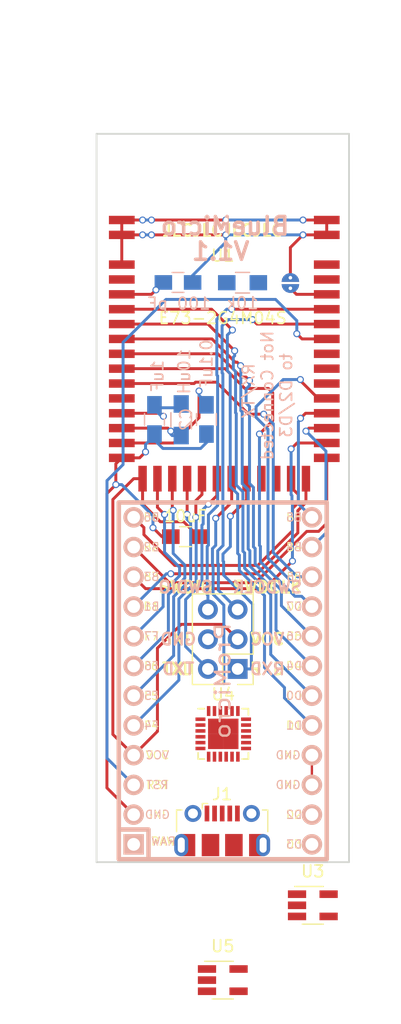
<source format=kicad_pcb>
(kicad_pcb (version 4) (host pcbnew 4.0.7)

  (general
    (links 59)
    (no_connects 8)
    (area 98.349999 91.364999 120.090001 153.745001)
    (thickness 1.6)
    (drawings 20)
    (tracks 385)
    (zones 0)
    (modules 14)
    (nets 33)
  )

  (page A4)
  (layers
    (0 F.Cu signal)
    (31 B.Cu signal)
    (32 B.Adhes user)
    (33 F.Adhes user)
    (34 B.Paste user)
    (35 F.Paste user)
    (36 B.SilkS user)
    (37 F.SilkS user)
    (38 B.Mask user)
    (39 F.Mask user)
    (40 Dwgs.User user)
    (41 Cmts.User user)
    (42 Eco1.User user)
    (43 Eco2.User user)
    (44 Edge.Cuts user)
    (45 Margin user)
    (46 B.CrtYd user)
    (47 F.CrtYd user)
    (48 B.Fab user)
    (49 F.Fab user)
  )

  (setup
    (last_trace_width 0.25)
    (user_trace_width 0.2)
    (user_trace_width 0.5)
    (trace_clearance 0.2)
    (zone_clearance 0.508)
    (zone_45_only yes)
    (trace_min 0.2)
    (segment_width 0.2)
    (edge_width 0.15)
    (via_size 0.6)
    (via_drill 0.4)
    (via_min_size 0.4)
    (via_min_drill 0.3)
    (uvia_size 0.3)
    (uvia_drill 0.1)
    (uvias_allowed no)
    (uvia_min_size 0.2)
    (uvia_min_drill 0.1)
    (pcb_text_width 0.3)
    (pcb_text_size 1.5 1.5)
    (mod_edge_width 0.15)
    (mod_text_size 1 1)
    (mod_text_width 0.15)
    (pad_size 3.25 3.25)
    (pad_drill 0)
    (pad_to_mask_clearance 0.2)
    (aux_axis_origin 0 0)
    (visible_elements 7FFFFFFF)
    (pcbplotparams
      (layerselection 0x010f0_80000001)
      (usegerberextensions false)
      (excludeedgelayer true)
      (linewidth 0.100000)
      (plotframeref false)
      (viasonmask false)
      (mode 1)
      (useauxorigin false)
      (hpglpennumber 1)
      (hpglpenspeed 20)
      (hpglpendiameter 15)
      (hpglpenoverlay 2)
      (psnegative false)
      (psa4output false)
      (plotreference true)
      (plotvalue true)
      (plotinvisibletext false)
      (padsonsilk false)
      (subtractmaskfromsilk false)
      (outputformat 1)
      (mirror false)
      (drillshape 0)
      (scaleselection 1)
      (outputdirectory gerber/))
  )

  (net 0 "")
  (net 1 GND)
  (net 2 "Net-(C1-Pad1)")
  (net 3 "Net-(C2-Pad1)")
  (net 4 VCC)
  (net 5 SWDIO)
  (net 6 RESET)
  (net 7 SWDCLK)
  (net 8 "Net-(L1-Pad2)")
  (net 9 SCK)
  (net 10 /P0.11)
  (net 11 RXD)
  (net 12 TXD)
  (net 13 /P0.05)
  (net 14 /P0.04)
  (net 15 /P0.03)
  (net 16 /P0.02)
  (net 17 MOSI)
  (net 18 MISO)
  (net 19 /P0.15)
  (net 20 /P0.16)
  (net 21 SDA)
  (net 22 SCL)
  (net 23 /P0.27)
  (net 24 /P0.28)
  (net 25 /P0.29)
  (net 26 /P0.30)
  (net 27 "Net-(JP2-Pad1)")
  (net 28 /P0.07)
  (net 29 /P0.17)
  (net 30 "Net-(C4-Pad1)")
  (net 31 "Net-(J1-Pad6)")
  (net 32 "Net-(U4-Pad25)")

  (net_class Default "This is the default net class."
    (clearance 0.2)
    (trace_width 0.25)
    (via_dia 0.6)
    (via_drill 0.4)
    (uvia_dia 0.3)
    (uvia_drill 0.1)
    (add_net /P0.02)
    (add_net /P0.03)
    (add_net /P0.04)
    (add_net /P0.05)
    (add_net /P0.07)
    (add_net /P0.11)
    (add_net /P0.15)
    (add_net /P0.16)
    (add_net /P0.17)
    (add_net /P0.27)
    (add_net /P0.28)
    (add_net /P0.29)
    (add_net /P0.30)
    (add_net GND)
    (add_net MISO)
    (add_net MOSI)
    (add_net "Net-(C1-Pad1)")
    (add_net "Net-(C2-Pad1)")
    (add_net "Net-(C4-Pad1)")
    (add_net "Net-(J1-Pad6)")
    (add_net "Net-(JP2-Pad1)")
    (add_net "Net-(L1-Pad2)")
    (add_net "Net-(U4-Pad25)")
    (add_net RESET)
    (add_net RXD)
    (add_net SCK)
    (add_net SCL)
    (add_net SDA)
    (add_net SWDCLK)
    (add_net SWDIO)
    (add_net TXD)
    (add_net VCC)
  )

  (net_class Power ""
    (clearance 0.2)
    (trace_width 0.5)
    (via_dia 0.6)
    (via_drill 0.4)
    (uvia_dia 0.3)
    (uvia_drill 0.1)
  )

  (module footprints:Pro_Micro (layer B.Cu) (tedit 5AC8109B) (tstamp 5AC2AF10)
    (at 109.22 139.7)
    (path /5AC0283B)
    (fp_text reference U2 (at 0.508 14.732) (layer Eco1.User)
      (effects (font (size 1.27 1.524) (thickness 0.2032)))
    )
    (fp_text value ProMicro (at 0 -1.524 90) (layer B.SilkS)
      (effects (font (size 1.27 1.524) (thickness 0.2032)) (justify mirror))
    )
    (fp_line (start -6.35 11.176) (end -8.89 11.176) (layer F.SilkS) (width 0.381))
    (fp_line (start -6.35 13.716) (end -6.35 11.176) (layer F.SilkS) (width 0.381))
    (fp_line (start 8.89 -16.764) (end 8.89 13.716) (layer F.SilkS) (width 0.381))
    (fp_line (start -8.89 -16.764) (end 8.89 -16.764) (layer F.SilkS) (width 0.381))
    (fp_line (start -8.89 13.716) (end -8.89 -16.764) (layer F.SilkS) (width 0.381))
    (fp_line (start 8.89 13.716) (end -8.89 13.716) (layer F.SilkS) (width 0.381))
    (fp_text user RAW (at -5.08 12.192) (layer F.SilkS)
      (effects (font (size 0.7 0.7) (thickness 0.1)))
    )
    (fp_text user GND (at -5.588 9.906) (layer F.SilkS)
      (effects (font (size 0.7 0.7) (thickness 0.1)))
    )
    (fp_text user RST (at -5.588 7.366) (layer F.SilkS)
      (effects (font (size 0.7 0.7) (thickness 0.1)))
    )
    (fp_text user VCC (at -5.588 4.826) (layer F.SilkS)
      (effects (font (size 0.7 0.7) (thickness 0.1)))
    )
    (fp_text user F4 (at -6.096 2.286) (layer F.SilkS)
      (effects (font (size 0.7 0.7) (thickness 0.1)))
    )
    (fp_text user F5 (at -6.096 -0.254) (layer F.SilkS)
      (effects (font (size 0.7 0.7) (thickness 0.1)))
    )
    (fp_text user F7 (at -6.096 -5.334) (layer F.SilkS)
      (effects (font (size 0.7 0.7) (thickness 0.1)))
    )
    (fp_text user F6 (at -6.096 -2.794) (layer F.SilkS)
      (effects (font (size 0.7 0.7) (thickness 0.1)))
    )
    (fp_text user B1 (at -6.096 -7.874) (layer F.SilkS)
      (effects (font (size 0.7 0.7) (thickness 0.1)))
    )
    (fp_text user B3 (at -6.096 -10.414) (layer F.SilkS)
      (effects (font (size 0.7 0.7) (thickness 0.1)))
    )
    (fp_text user B2 (at -6.096 -12.954) (layer F.SilkS)
      (effects (font (size 0.7 0.7) (thickness 0.1)))
    )
    (fp_text user B6 (at -6.096 -15.494) (layer F.SilkS)
      (effects (font (size 0.7 0.7) (thickness 0.1)))
    )
    (fp_text user D3 (at 6.096 12.446) (layer F.SilkS)
      (effects (font (size 0.7 0.7) (thickness 0.1)))
    )
    (fp_text user D2 (at 6.096 9.906) (layer F.SilkS)
      (effects (font (size 0.7 0.7) (thickness 0.1)))
    )
    (fp_text user GND (at 5.588 7.366) (layer F.SilkS)
      (effects (font (size 0.7 0.7) (thickness 0.1)))
    )
    (fp_text user GND (at 5.588 4.826) (layer F.SilkS)
      (effects (font (size 0.7 0.7) (thickness 0.1)))
    )
    (fp_text user D1 (at 6.096 2.286) (layer F.SilkS)
      (effects (font (size 0.7 0.7) (thickness 0.1)))
    )
    (fp_text user D0 (at 6.096 -0.254) (layer F.SilkS)
      (effects (font (size 0.7 0.7) (thickness 0.1)))
    )
    (fp_text user D4 (at 6.096 -2.794) (layer F.SilkS)
      (effects (font (size 0.7 0.7) (thickness 0.1)))
    )
    (fp_text user C6 (at 6.096 -5.334) (layer F.SilkS)
      (effects (font (size 0.7 0.7) (thickness 0.1)))
    )
    (fp_text user D7 (at 6.096 -7.874) (layer F.SilkS)
      (effects (font (size 0.7 0.7) (thickness 0.1)))
    )
    (fp_text user E6 (at 6.096 -10.414) (layer F.SilkS)
      (effects (font (size 0.7 0.7) (thickness 0.1)))
    )
    (fp_text user B4 (at 6.096 -12.954) (layer F.SilkS)
      (effects (font (size 0.7 0.7) (thickness 0.1)))
    )
    (fp_text user B5 (at 6.096 -15.494) (layer F.SilkS)
      (effects (font (size 0.7 0.7) (thickness 0.1)))
    )
    (fp_text user B5 (at 6.096 -15.494) (layer B.SilkS)
      (effects (font (size 0.7 0.7) (thickness 0.1)) (justify mirror))
    )
    (fp_text user B4 (at 6.096 -12.954) (layer B.SilkS)
      (effects (font (size 0.7 0.7) (thickness 0.1)) (justify mirror))
    )
    (fp_text user E6 (at 6.096 -10.414) (layer B.SilkS)
      (effects (font (size 0.7 0.7) (thickness 0.1)) (justify mirror))
    )
    (fp_text user D7 (at 6.096 -7.874) (layer B.SilkS)
      (effects (font (size 0.7 0.7) (thickness 0.1)) (justify mirror))
    )
    (fp_text user C6 (at 6.096 -5.334) (layer B.SilkS)
      (effects (font (size 0.7 0.7) (thickness 0.1)) (justify mirror))
    )
    (fp_text user D4 (at 6.096 -2.794) (layer B.SilkS)
      (effects (font (size 0.7 0.7) (thickness 0.1)) (justify mirror))
    )
    (fp_text user D0 (at 6.096 -0.254) (layer B.SilkS)
      (effects (font (size 0.7 0.7) (thickness 0.1)) (justify mirror))
    )
    (fp_text user D1 (at 6.096 2.286) (layer B.SilkS)
      (effects (font (size 0.7 0.7) (thickness 0.1)) (justify mirror))
    )
    (fp_text user GND (at 5.588 4.826) (layer B.SilkS)
      (effects (font (size 0.7 0.7) (thickness 0.1)) (justify mirror))
    )
    (fp_text user GND (at 5.588 7.366) (layer B.SilkS)
      (effects (font (size 0.7 0.7) (thickness 0.1)) (justify mirror))
    )
    (fp_text user D2 (at 6.096 9.906) (layer B.SilkS)
      (effects (font (size 0.7 0.7) (thickness 0.1)) (justify mirror))
    )
    (fp_text user D3 (at 6.096 12.446) (layer B.SilkS)
      (effects (font (size 0.7 0.7) (thickness 0.1)) (justify mirror))
    )
    (fp_text user B6 (at -6.096 -15.494) (layer B.SilkS)
      (effects (font (size 0.7 0.7) (thickness 0.1)) (justify mirror))
    )
    (fp_text user B2 (at -6.096 -12.954) (layer B.SilkS)
      (effects (font (size 0.7 0.7) (thickness 0.1)) (justify mirror))
    )
    (fp_text user B3 (at -6.096 -10.414) (layer B.SilkS)
      (effects (font (size 0.7 0.7) (thickness 0.1)) (justify mirror))
    )
    (fp_text user B1 (at -6.096 -7.874) (layer B.SilkS)
      (effects (font (size 0.7 0.7) (thickness 0.1)) (justify mirror))
    )
    (fp_text user F6 (at -6.096 -2.794) (layer B.SilkS)
      (effects (font (size 0.7 0.7) (thickness 0.1)) (justify mirror))
    )
    (fp_text user F7 (at -6.096 -5.334) (layer B.SilkS)
      (effects (font (size 0.7 0.7) (thickness 0.1)) (justify mirror))
    )
    (fp_text user F5 (at -6.096 -0.254) (layer B.SilkS)
      (effects (font (size 0.7 0.7) (thickness 0.1)) (justify mirror))
    )
    (fp_text user F4 (at -6.096 2.286) (layer B.SilkS)
      (effects (font (size 0.7 0.7) (thickness 0.1)) (justify mirror))
    )
    (fp_text user VCC (at -5.588 4.826) (layer B.SilkS)
      (effects (font (size 0.7 0.7) (thickness 0.1)) (justify mirror))
    )
    (fp_text user RST (at -5.588 7.366) (layer B.SilkS)
      (effects (font (size 0.7 0.7) (thickness 0.1)) (justify mirror))
    )
    (fp_text user GND (at -5.588 9.906) (layer B.SilkS)
      (effects (font (size 0.7 0.7) (thickness 0.1)) (justify mirror))
    )
    (fp_text user RAW (at -5.08 12.192) (layer B.SilkS)
      (effects (font (size 0.7 0.7) (thickness 0.1)) (justify mirror))
    )
    (fp_line (start 8.89 13.716) (end -8.89 13.716) (layer B.SilkS) (width 0.381))
    (fp_line (start -8.89 13.716) (end -8.89 -16.764) (layer B.SilkS) (width 0.381))
    (fp_line (start -8.89 -16.764) (end 8.89 -16.764) (layer B.SilkS) (width 0.381))
    (fp_line (start 8.89 -16.764) (end 8.89 13.716) (layer B.SilkS) (width 0.381))
    (fp_line (start -6.35 13.716) (end -6.35 11.176) (layer B.SilkS) (width 0.381))
    (fp_line (start -6.35 11.176) (end -8.89 11.176) (layer B.SilkS) (width 0.381))
    (pad 1 thru_hole rect (at -7.62 12.446 90) (size 1.7526 1.7526) (drill 1.0922) (layers *.Cu *.SilkS *.Mask))
    (pad 2 thru_hole circle (at -7.62 9.906 90) (size 1.7526 1.7526) (drill 1.0922) (layers *.Cu *.SilkS *.Mask)
      (net 1 GND))
    (pad 3 thru_hole circle (at -7.62 7.366 90) (size 1.7526 1.7526) (drill 1.0922) (layers *.Cu *.SilkS *.Mask)
      (net 6 RESET))
    (pad 4 thru_hole circle (at -7.62 4.826 90) (size 1.7526 1.7526) (drill 1.0922) (layers *.Cu *.SilkS *.Mask)
      (net 4 VCC))
    (pad 5 thru_hole circle (at -7.62 2.286 90) (size 1.7526 1.7526) (drill 1.0922) (layers *.Cu *.SilkS *.Mask)
      (net 13 /P0.05))
    (pad 6 thru_hole circle (at -7.62 -0.254 90) (size 1.7526 1.7526) (drill 1.0922) (layers *.Cu *.SilkS *.Mask)
      (net 14 /P0.04))
    (pad 7 thru_hole circle (at -7.62 -2.794 90) (size 1.7526 1.7526) (drill 1.0922) (layers *.Cu *.SilkS *.Mask)
      (net 15 /P0.03))
    (pad 8 thru_hole circle (at -7.62 -5.334 90) (size 1.7526 1.7526) (drill 1.0922) (layers *.Cu *.SilkS *.Mask)
      (net 16 /P0.02))
    (pad 9 thru_hole circle (at -7.62 -7.874 90) (size 1.7526 1.7526) (drill 1.0922) (layers *.Cu *.SilkS *.Mask)
      (net 9 SCK))
    (pad 10 thru_hole circle (at -7.62 -10.414 90) (size 1.7526 1.7526) (drill 1.0922) (layers *.Cu *.SilkS *.Mask)
      (net 18 MISO))
    (pad 11 thru_hole circle (at -7.62 -12.954 90) (size 1.7526 1.7526) (drill 1.0922) (layers *.Cu *.SilkS *.Mask)
      (net 17 MOSI))
    (pad 12 thru_hole circle (at -7.62 -15.494 90) (size 1.7526 1.7526) (drill 1.0922) (layers *.Cu *.SilkS *.Mask)
      (net 10 /P0.11))
    (pad 24 thru_hole circle (at 7.62 -15.494 90) (size 1.7526 1.7526) (drill 1.0922) (layers *.Cu *.SilkS *.Mask)
      (net 20 /P0.16))
    (pad 23 thru_hole circle (at 7.62 -12.954 90) (size 1.7526 1.7526) (drill 1.0922) (layers *.Cu *.SilkS *.Mask)
      (net 19 /P0.15))
    (pad 22 thru_hole circle (at 7.62 -10.414 90) (size 1.7526 1.7526) (drill 1.0922) (layers *.Cu *.SilkS *.Mask)
      (net 26 /P0.30))
    (pad 21 thru_hole circle (at 7.62 -7.874 90) (size 1.7526 1.7526) (drill 1.0922) (layers *.Cu *.SilkS *.Mask)
      (net 25 /P0.29))
    (pad 20 thru_hole circle (at 7.62 -5.334 90) (size 1.7526 1.7526) (drill 1.0922) (layers *.Cu *.SilkS *.Mask)
      (net 24 /P0.28))
    (pad 19 thru_hole circle (at 7.62 -2.794 90) (size 1.7526 1.7526) (drill 1.0922) (layers *.Cu *.SilkS *.Mask)
      (net 23 /P0.27))
    (pad 18 thru_hole circle (at 7.62 -0.254 90) (size 1.7526 1.7526) (drill 1.0922) (layers *.Cu *.SilkS *.Mask)
      (net 22 SCL))
    (pad 17 thru_hole circle (at 7.62 2.286 90) (size 1.7526 1.7526) (drill 1.0922) (layers *.Cu *.SilkS *.Mask)
      (net 21 SDA))
    (pad 16 thru_hole circle (at 7.62 4.826 90) (size 1.7526 1.7526) (drill 1.0922) (layers *.Cu *.SilkS *.Mask)
      (net 1 GND))
    (pad 15 thru_hole circle (at 7.62 7.366 90) (size 1.7526 1.7526) (drill 1.0922) (layers *.Cu *.SilkS *.Mask)
      (net 1 GND))
    (pad 14 thru_hole circle (at 7.62 9.906 90) (size 1.7526 1.7526) (drill 1.0922) (layers *.Cu *.SilkS *.Mask)
      (net 28 /P0.07))
    (pad 13 thru_hole circle (at 7.62 12.446 90) (size 1.7526 1.7526) (drill 1.0922) (layers *.Cu *.SilkS *.Mask)
      (net 29 /P0.17))
  )

  (module Capacitors_SMD:C_0805_HandSoldering (layer B.Cu) (tedit 5AC810F1) (tstamp 5AC2AE6E)
    (at 103.378 115.844 270)
    (descr "Capacitor SMD 0805, hand soldering")
    (tags "capacitor 0805")
    (path /5ABAB8FF)
    (attr smd)
    (fp_text reference C1 (at 0 1.75 270) (layer B.SilkS) hide
      (effects (font (size 1 1) (thickness 0.15)) (justify mirror))
    )
    (fp_text value 1uF (at -3.703 -0.254 270) (layer B.SilkS)
      (effects (font (size 1 1) (thickness 0.15)) (justify mirror))
    )
    (fp_text user %R (at 0 1.75 270) (layer B.Fab)
      (effects (font (size 1 1) (thickness 0.15)) (justify mirror))
    )
    (fp_line (start -1 -0.62) (end -1 0.62) (layer B.Fab) (width 0.1))
    (fp_line (start 1 -0.62) (end -1 -0.62) (layer B.Fab) (width 0.1))
    (fp_line (start 1 0.62) (end 1 -0.62) (layer B.Fab) (width 0.1))
    (fp_line (start -1 0.62) (end 1 0.62) (layer B.Fab) (width 0.1))
    (fp_line (start 0.5 0.85) (end -0.5 0.85) (layer B.SilkS) (width 0.12))
    (fp_line (start -0.5 -0.85) (end 0.5 -0.85) (layer B.SilkS) (width 0.12))
    (fp_line (start -2.25 0.88) (end 2.25 0.88) (layer B.CrtYd) (width 0.05))
    (fp_line (start -2.25 0.88) (end -2.25 -0.87) (layer B.CrtYd) (width 0.05))
    (fp_line (start 2.25 -0.87) (end 2.25 0.88) (layer B.CrtYd) (width 0.05))
    (fp_line (start 2.25 -0.87) (end -2.25 -0.87) (layer B.CrtYd) (width 0.05))
    (pad 1 smd rect (at -1.25 0 270) (size 1.5 1.25) (layers B.Cu B.Paste B.Mask)
      (net 2 "Net-(C1-Pad1)"))
    (pad 2 smd rect (at 1.25 0 270) (size 1.5 1.25) (layers B.Cu B.Paste B.Mask)
      (net 1 GND))
    (model Capacitors_SMD.3dshapes/C_0805.wrl
      (at (xyz 0 0 0))
      (scale (xyz 1 1 1))
      (rotate (xyz 0 0 0))
    )
  )

  (module Capacitors_SMD:C_0805_HandSoldering (layer F.Cu) (tedit 5AC80F93) (tstamp 5AC2AE7A)
    (at 106.025 125.857 180)
    (descr "Capacitor SMD 0805, hand soldering")
    (tags "capacitor 0805")
    (path /5ABAB958)
    (attr smd)
    (fp_text reference C3 (at 0 -1.75 180) (layer F.SilkS) hide
      (effects (font (size 1 1) (thickness 0.15)))
    )
    (fp_text value 10uF (at 0 1.75 180) (layer F.SilkS)
      (effects (font (size 1 1) (thickness 0.15)))
    )
    (fp_text user %R (at 0 -1.75 180) (layer F.Fab)
      (effects (font (size 1 1) (thickness 0.15)))
    )
    (fp_line (start -1 0.62) (end -1 -0.62) (layer F.Fab) (width 0.1))
    (fp_line (start 1 0.62) (end -1 0.62) (layer F.Fab) (width 0.1))
    (fp_line (start 1 -0.62) (end 1 0.62) (layer F.Fab) (width 0.1))
    (fp_line (start -1 -0.62) (end 1 -0.62) (layer F.Fab) (width 0.1))
    (fp_line (start 0.5 -0.85) (end -0.5 -0.85) (layer F.SilkS) (width 0.12))
    (fp_line (start -0.5 0.85) (end 0.5 0.85) (layer F.SilkS) (width 0.12))
    (fp_line (start -2.25 -0.88) (end 2.25 -0.88) (layer F.CrtYd) (width 0.05))
    (fp_line (start -2.25 -0.88) (end -2.25 0.87) (layer F.CrtYd) (width 0.05))
    (fp_line (start 2.25 0.87) (end 2.25 -0.88) (layer F.CrtYd) (width 0.05))
    (fp_line (start 2.25 0.87) (end -2.25 0.87) (layer F.CrtYd) (width 0.05))
    (pad 1 smd rect (at -1.25 0 180) (size 1.5 1.25) (layers F.Cu F.Paste F.Mask)
      (net 4 VCC))
    (pad 2 smd rect (at 1.25 0 180) (size 1.5 1.25) (layers F.Cu F.Paste F.Mask)
      (net 1 GND))
    (model Capacitors_SMD.3dshapes/C_0805.wrl
      (at (xyz 0 0 0))
      (scale (xyz 1 1 1))
      (rotate (xyz 0 0 0))
    )
  )

  (module E73:SolderJumperSingle (layer F.Cu) (tedit 5ABA3B37) (tstamp 5AC2AEA8)
    (at 115.00104 104.18826 90)
    (path /5AC0108C)
    (solder_mask_margin 0.001)
    (solder_paste_margin -0.02)
    (clearance 0.001)
    (fp_text reference JP2 (at -0.508 1.016 90) (layer Cmts.User) hide
      (effects (font (size 0.3 0.3) (thickness 0.03)))
    )
    (fp_text value "Factory Reset" (at 0 -1.524 90) (layer F.SilkS) hide
      (effects (font (size 0.4 0.4) (thickness 0.04)))
    )
    (fp_poly (pts (xy -0.1 -0.75) (xy -0.3565 -0.7048) (xy -0.5821 -0.5745) (xy -0.7495 -0.375)
      (xy -0.8386 -0.1302) (xy -0.8386 0.1302) (xy -0.7495 0.375) (xy -0.5821 0.5745)
      (xy -0.3565 0.7048) (xy -0.1 0.75) (xy -0.1 -0.75)) (layer F.Cu) (width 0.01))
    (fp_poly (pts (xy 0.1 0.75) (xy 0.3565 0.7048) (xy 0.5821 0.5745) (xy 0.7495 0.375)
      (xy 0.8386 0.1302) (xy 0.8386 -0.1302) (xy 0.7495 -0.375) (xy 0.5821 -0.5745)
      (xy 0.3565 -0.7048) (xy 0.1 -0.75) (xy 0.1 0.75)) (layer F.Cu) (width 0.01))
    (fp_poly (pts (xy -0.1 -0.75) (xy -0.3565 -0.7048) (xy -0.5821 -0.5745) (xy -0.7495 -0.375)
      (xy -0.8386 -0.1302) (xy -0.8386 0.1302) (xy -0.7495 0.375) (xy -0.5821 0.5745)
      (xy -0.3565 0.7048) (xy -0.1 0.75) (xy -0.1 -0.75)) (layer B.Cu) (width 0.01))
    (fp_poly (pts (xy 0.1 0.75) (xy 0.3565 0.7048) (xy 0.5821 0.5745) (xy 0.7495 0.375)
      (xy 0.8386 0.1302) (xy 0.8386 -0.1302) (xy 0.7495 -0.375) (xy 0.5821 -0.5745)
      (xy 0.3565 -0.7048) (xy 0.1 -0.75) (xy 0.1 0.75)) (layer B.Cu) (width 0.01))
    (pad 2 thru_hole circle (at 0.45 0 90) (size 0.4 0.4) (drill 0.3) (layers *.Cu *.Mask)
      (net 1 GND))
    (pad 1 thru_hole circle (at -0.45 0 90) (size 0.4 0.4) (drill 0.3) (layers *.Cu *.Mask)
      (net 27 "Net-(JP2-Pad1)"))
    (pad 1 thru_hole circle (at -0.45 0 90) (size 0.4 0.4) (drill 0.3) (layers *.Cu *.Mask)
      (net 27 "Net-(JP2-Pad1)"))
    (pad 2 thru_hole circle (at 0.45 0 90) (size 0.4 0.4) (drill 0.3) (layers *.Cu *.Mask)
      (net 1 GND))
  )

  (module Inductors_SMD:L_0805_HandSoldering (layer B.Cu) (tedit 5AC810DE) (tstamp 5AC2AEAE)
    (at 105.664 115.871 270)
    (descr "Resistor SMD 0805, hand soldering")
    (tags "resistor 0805")
    (path /5ABAB844)
    (attr smd)
    (fp_text reference L1 (at 0 2.1 270) (layer B.SilkS) hide
      (effects (font (size 1 1) (thickness 0.15)) (justify mirror))
    )
    (fp_text value 10uH (at -4.111 -0.254 270) (layer B.SilkS)
      (effects (font (size 1 1) (thickness 0.15)) (justify mirror))
    )
    (fp_text user %R (at 0 0 270) (layer B.Fab) hide
      (effects (font (size 0.5 0.5) (thickness 0.075)) (justify mirror))
    )
    (fp_line (start -1 -0.62) (end -1 0.62) (layer B.Fab) (width 0.1))
    (fp_line (start 1 -0.62) (end -1 -0.62) (layer B.Fab) (width 0.1))
    (fp_line (start 1 0.62) (end 1 -0.62) (layer B.Fab) (width 0.1))
    (fp_line (start -1 0.62) (end 1 0.62) (layer B.Fab) (width 0.1))
    (fp_line (start -2.4 1) (end 2.4 1) (layer B.CrtYd) (width 0.05))
    (fp_line (start -2.4 -1) (end 2.4 -1) (layer B.CrtYd) (width 0.05))
    (fp_line (start -2.4 1) (end -2.4 -1) (layer B.CrtYd) (width 0.05))
    (fp_line (start 2.4 1) (end 2.4 -1) (layer B.CrtYd) (width 0.05))
    (fp_line (start 0.6 -0.88) (end -0.6 -0.88) (layer B.SilkS) (width 0.12))
    (fp_line (start -0.6 0.88) (end 0.6 0.88) (layer B.SilkS) (width 0.12))
    (pad 1 smd rect (at -1.35 0 270) (size 1.5 1.3) (layers B.Cu B.Paste B.Mask)
      (net 2 "Net-(C1-Pad1)"))
    (pad 2 smd rect (at 1.35 0 270) (size 1.5 1.3) (layers B.Cu B.Paste B.Mask)
      (net 8 "Net-(L1-Pad2)"))
    (model ${KISYS3DMOD}/Inductors_SMD.3dshapes/L_0805.wrl
      (at (xyz 0 0 0))
      (scale (xyz 1 1 1))
      (rotate (xyz 0 0 0))
    )
  )

  (module Resistors_SMD:R_0805_HandSoldering (layer B.Cu) (tedit 5AC80FAE) (tstamp 5AC2AEB4)
    (at 110.91036 104.16286 180)
    (descr "Resistor SMD 0805, hand soldering")
    (tags "resistor 0805")
    (path /5ABC4496)
    (attr smd)
    (fp_text reference R1 (at -0.34164 1.58242 180) (layer B.SilkS) hide
      (effects (font (size 1 1) (thickness 0.15)) (justify mirror))
    )
    (fp_text value 10k (at 0 -1.75 180) (layer B.SilkS)
      (effects (font (size 1 1) (thickness 0.15)) (justify mirror))
    )
    (fp_text user %R (at 0.17398 -0.01016 180) (layer B.Fab)
      (effects (font (size 0.5 0.5) (thickness 0.075)) (justify mirror))
    )
    (fp_line (start -1 -0.62) (end -1 0.62) (layer B.Fab) (width 0.1))
    (fp_line (start 1 -0.62) (end -1 -0.62) (layer B.Fab) (width 0.1))
    (fp_line (start 1 0.62) (end 1 -0.62) (layer B.Fab) (width 0.1))
    (fp_line (start -1 0.62) (end 1 0.62) (layer B.Fab) (width 0.1))
    (fp_line (start 0.6 -0.88) (end -0.6 -0.88) (layer B.SilkS) (width 0.12))
    (fp_line (start -0.6 0.88) (end 0.6 0.88) (layer B.SilkS) (width 0.12))
    (fp_line (start -2.35 0.9) (end 2.35 0.9) (layer B.CrtYd) (width 0.05))
    (fp_line (start -2.35 0.9) (end -2.35 -0.9) (layer B.CrtYd) (width 0.05))
    (fp_line (start 2.35 -0.9) (end 2.35 0.9) (layer B.CrtYd) (width 0.05))
    (fp_line (start 2.35 -0.9) (end -2.35 -0.9) (layer B.CrtYd) (width 0.05))
    (pad 1 smd rect (at -1.35 0 180) (size 1.5 1.3) (layers B.Cu B.Paste B.Mask))
    (pad 2 smd rect (at 1.35 0 180) (size 1.5 1.3) (layers B.Cu B.Paste B.Mask)
      (net 4 VCC))
    (model ${KISYS3DMOD}/Resistors_SMD.3dshapes/R_0805.wrl
      (at (xyz 0 0 0))
      (scale (xyz 1 1 1))
      (rotate (xyz 0 0 0))
    )
  )

  (module E73:E73-2G4M04S (layer F.Cu) (tedit 5AC810FE) (tstamp 5AC2AEF4)
    (at 109.22 106.68 180)
    (path /5ABAB5A8)
    (fp_text reference U1 (at 0 4.826 180) (layer F.SilkS)
      (effects (font (size 1 1) (thickness 0.15)))
    )
    (fp_text value E73-2G4M04S (at 0 -0.5 180) (layer F.SilkS)
      (effects (font (size 1 1) (thickness 0.15)))
    )
    (fp_line (start -8.89 14.478) (end 8.636 14.478) (layer F.Fab) (width 0.15))
    (fp_line (start 8.636 -14.224) (end 8.636 14.478) (layer F.Fab) (width 0.15))
    (fp_line (start -8.89 -14.224) (end -8.89 14.478) (layer F.Fab) (width 0.15))
    (fp_line (start -8.89 -14.224) (end 8.636 -14.224) (layer F.Fab) (width 0.15))
    (pad 27 smd rect (at -7.112 -14.224 180) (size 0.72 2.2) (layers F.Cu F.Paste F.Mask)
      (net 9 SCK))
    (pad 26 smd rect (at -5.842 -14.224 180) (size 0.72 2.2) (layers F.Cu F.Paste F.Mask)
      (net 10 /P0.11))
    (pad 25 smd rect (at -4.572 -14.224 180) (size 0.72 2.2) (layers F.Cu F.Paste F.Mask))
    (pad 24 smd rect (at -3.302 -14.224 180) (size 0.72 2.2) (layers F.Cu F.Paste F.Mask))
    (pad 23 smd rect (at -2.032 -14.224 180) (size 0.72 2.2) (layers F.Cu F.Paste F.Mask)
      (net 11 RXD))
    (pad 22 smd rect (at -0.762 -14.224 180) (size 0.72 2.2) (layers F.Cu F.Paste F.Mask)
      (net 28 /P0.07))
    (pad 21 smd rect (at 0.508 -14.224 180) (size 0.72 2.2) (layers F.Cu F.Paste F.Mask)
      (net 12 TXD))
    (pad 20 smd rect (at 1.778 -14.224 180) (size 0.72 2.2) (layers F.Cu F.Paste F.Mask)
      (net 13 /P0.05))
    (pad 19 smd rect (at 3.048 -14.224 180) (size 0.72 2.2) (layers F.Cu F.Paste F.Mask)
      (net 14 /P0.04))
    (pad 18 smd rect (at 4.318 -14.224 180) (size 0.72 2.2) (layers F.Cu F.Paste F.Mask)
      (net 15 /P0.03))
    (pad 17 smd rect (at 5.588 -14.224 180) (size 0.72 2.2) (layers F.Cu F.Paste F.Mask)
      (net 16 /P0.02))
    (pad 16 smd rect (at 6.858 -14.224 180) (size 0.72 2.2) (layers F.Cu F.Paste F.Mask)
      (net 4 VCC))
    (pad 28 smd rect (at -8.89 -12.446 180) (size 2.2 0.72) (layers F.Cu F.Paste F.Mask)
      (net 17 MOSI))
    (pad 29 smd rect (at -8.89 -11.176 180) (size 2.2 0.72) (layers F.Cu F.Paste F.Mask)
      (net 18 MISO))
    (pad 30 smd rect (at -8.89 -9.906 180) (size 2.2 0.72) (layers F.Cu F.Paste F.Mask)
      (net 19 /P0.15))
    (pad 31 smd rect (at -8.89 -8.636 180) (size 2.2 0.72) (layers F.Cu F.Paste F.Mask)
      (net 20 /P0.16))
    (pad 32 smd rect (at -8.89 -7.366 180) (size 2.2 0.72) (layers F.Cu F.Paste F.Mask)
      (net 29 /P0.17))
    (pad 33 smd rect (at -8.89 -6.096 180) (size 2.2 0.72) (layers F.Cu F.Paste F.Mask))
    (pad 34 smd rect (at -8.89 -4.826 180) (size 2.2 0.72) (layers F.Cu F.Paste F.Mask))
    (pad 35 smd rect (at -8.89 -3.556 180) (size 2.2 0.72) (layers F.Cu F.Paste F.Mask))
    (pad 36 smd rect (at -8.89 -2.286 180) (size 2.2 0.72) (layers F.Cu F.Paste F.Mask)
      (net 6 RESET))
    (pad 37 smd rect (at -8.89 -1.016 180) (size 2.2 0.72) (layers F.Cu F.Paste F.Mask)
      (net 7 SWDCLK))
    (pad 38 smd rect (at -8.89 0.254 180) (size 2.2 0.72) (layers F.Cu F.Paste F.Mask)
      (net 5 SWDIO))
    (pad 39 smd rect (at -8.89 1.524 180) (size 2.2 0.72) (layers F.Cu F.Paste F.Mask)
      (net 27 "Net-(JP2-Pad1)"))
    (pad 40 smd rect (at -8.89 2.794 180) (size 2.2 0.72) (layers F.Cu F.Paste F.Mask))
    (pad 41 smd rect (at -8.89 4.064 180) (size 2.2 0.72) (layers F.Cu F.Paste F.Mask))
    (pad 42 smd rect (at -8.89 6.604 180) (size 2.2 0.72) (layers F.Cu F.Paste F.Mask)
      (net 1 GND))
    (pad 43 smd rect (at -8.89 7.874 180) (size 2.2 0.72) (layers F.Cu F.Paste F.Mask)
      (net 1 GND))
    (pad 0 smd rect (at 8.636 7.874 180) (size 2.2 0.72) (layers F.Cu F.Paste F.Mask)
      (net 1 GND))
    (pad 1 smd rect (at 8.636 6.604 180) (size 2.2 0.72) (layers F.Cu F.Paste F.Mask)
      (net 1 GND))
    (pad 2 smd rect (at 8.636 4.064 180) (size 2.2 0.72) (layers F.Cu F.Paste F.Mask)
      (net 1 GND))
    (pad 3 smd rect (at 8.636 2.794 180) (size 2.2 0.72) (layers F.Cu F.Paste F.Mask))
    (pad 4 smd rect (at 8.636 1.524 180) (size 2.2 0.72) (layers F.Cu F.Paste F.Mask)
      (net 30 "Net-(C4-Pad1)"))
    (pad 5 smd rect (at 8.636 0.254 180) (size 2.2 0.72) (layers F.Cu F.Paste F.Mask)
      (net 21 SDA))
    (pad 6 smd rect (at 8.636 -1.016 180) (size 2.2 0.72) (layers F.Cu F.Paste F.Mask)
      (net 22 SCL))
    (pad 7 smd rect (at 8.636 -2.286 180) (size 2.2 0.72) (layers F.Cu F.Paste F.Mask)
      (net 23 /P0.27))
    (pad 8 smd rect (at 8.636 -3.556 180) (size 2.2 0.72) (layers F.Cu F.Paste F.Mask)
      (net 24 /P0.28))
    (pad 9 smd rect (at 8.636 -4.826 180) (size 2.2 0.72) (layers F.Cu F.Paste F.Mask)
      (net 25 /P0.29))
    (pad 10 smd rect (at 8.636 -6.096 180) (size 2.2 0.72) (layers F.Cu F.Paste F.Mask)
      (net 26 /P0.30))
    (pad 11 smd rect (at 8.636 -7.366 180) (size 2.2 0.72) (layers F.Cu F.Paste F.Mask))
    (pad 12 smd rect (at 8.636 -8.636 180) (size 2.2 0.72) (layers F.Cu F.Paste F.Mask)
      (net 2 "Net-(C1-Pad1)"))
    (pad 13 smd rect (at 8.636 -9.906 180) (size 2.2 0.72) (layers F.Cu F.Paste F.Mask)
      (net 8 "Net-(L1-Pad2)"))
    (pad 14 smd rect (at 8.636 -11.176 180) (size 2.2 0.72) (layers F.Cu F.Paste F.Mask)
      (net 3 "Net-(C2-Pad1)"))
    (pad 15 smd rect (at 8.636 -12.446 180) (size 2.2 0.72) (layers F.Cu F.Paste F.Mask)
      (net 1 GND))
  )

  (module Pin_Headers:Pin_Header_Straight_2x03_Pitch2.54mm (layer F.Cu) (tedit 5AC80F6D) (tstamp 5AC807CB)
    (at 110.49 137.16 180)
    (descr "Through hole straight pin header, 2x03, 2.54mm pitch, double rows")
    (tags "Through hole pin header THT 2x03 2.54mm double row")
    (path /5AC0089B)
    (fp_text reference J2 (at 1.27 -2.33 180) (layer F.SilkS) hide
      (effects (font (size 1 1) (thickness 0.15)))
    )
    (fp_text value "Serial Connector" (at 1.27 7.41 180) (layer F.Fab) hide
      (effects (font (size 1 1) (thickness 0.15)))
    )
    (fp_line (start 0 -1.27) (end 3.81 -1.27) (layer F.Fab) (width 0.1))
    (fp_line (start 3.81 -1.27) (end 3.81 6.35) (layer F.Fab) (width 0.1))
    (fp_line (start 3.81 6.35) (end -1.27 6.35) (layer F.Fab) (width 0.1))
    (fp_line (start -1.27 6.35) (end -1.27 0) (layer F.Fab) (width 0.1))
    (fp_line (start -1.27 0) (end 0 -1.27) (layer F.Fab) (width 0.1))
    (fp_line (start -1.33 6.41) (end 3.87 6.41) (layer F.SilkS) (width 0.12))
    (fp_line (start -1.33 1.27) (end -1.33 6.41) (layer F.SilkS) (width 0.12))
    (fp_line (start 3.87 -1.33) (end 3.87 6.41) (layer F.SilkS) (width 0.12))
    (fp_line (start -1.33 1.27) (end 1.27 1.27) (layer F.SilkS) (width 0.12))
    (fp_line (start 1.27 1.27) (end 1.27 -1.33) (layer F.SilkS) (width 0.12))
    (fp_line (start 1.27 -1.33) (end 3.87 -1.33) (layer F.SilkS) (width 0.12))
    (fp_line (start -1.33 0) (end -1.33 -1.33) (layer F.SilkS) (width 0.12))
    (fp_line (start -1.33 -1.33) (end 0 -1.33) (layer F.SilkS) (width 0.12))
    (fp_line (start -1.8 -1.8) (end -1.8 6.85) (layer F.CrtYd) (width 0.05))
    (fp_line (start -1.8 6.85) (end 4.35 6.85) (layer F.CrtYd) (width 0.05))
    (fp_line (start 4.35 6.85) (end 4.35 -1.8) (layer F.CrtYd) (width 0.05))
    (fp_line (start 4.35 -1.8) (end -1.8 -1.8) (layer F.CrtYd) (width 0.05))
    (fp_text user %R (at 1.27 2.54 270) (layer F.Fab)
      (effects (font (size 1 1) (thickness 0.15)))
    )
    (pad 1 thru_hole rect (at 0 0 180) (size 1.7 1.7) (drill 1) (layers *.Cu *.Mask)
      (net 11 RXD))
    (pad 2 thru_hole oval (at 2.54 0 180) (size 1.7 1.7) (drill 1) (layers *.Cu *.Mask)
      (net 12 TXD))
    (pad 3 thru_hole oval (at 0 2.54 180) (size 1.7 1.7) (drill 1) (layers *.Cu *.Mask)
      (net 4 VCC))
    (pad 4 thru_hole oval (at 2.54 2.54 180) (size 1.7 1.7) (drill 1) (layers *.Cu *.Mask)
      (net 1 GND))
    (pad 5 thru_hole oval (at 0 5.08 180) (size 1.7 1.7) (drill 1) (layers *.Cu *.Mask)
      (net 7 SWDCLK))
    (pad 6 thru_hole oval (at 2.54 5.08 180) (size 1.7 1.7) (drill 1) (layers *.Cu *.Mask)
      (net 5 SWDIO))
    (model ${KISYS3DMOD}/Pin_Headers.3dshapes/Pin_Header_Straight_2x03_Pitch2.54mm.wrl
      (at (xyz 0 0 0))
      (scale (xyz 1 1 1))
      (rotate (xyz 0 0 0))
    )
  )

  (module Capacitors_SMD:C_0805_HandSoldering (layer B.Cu) (tedit 5AC8E98F) (tstamp 5AC8E942)
    (at 107.823 115.844 270)
    (descr "Capacitor SMD 0805, hand soldering")
    (tags "capacitor 0805")
    (path /5ABABB01)
    (attr smd)
    (fp_text reference C2 (at 0 1.75 270) (layer B.SilkS)
      (effects (font (size 1 1) (thickness 0.15)) (justify mirror))
    )
    (fp_text value 0.1uF (at -4.765 0 270) (layer B.SilkS)
      (effects (font (size 1 1) (thickness 0.15)) (justify mirror))
    )
    (fp_text user %R (at 0 1.75 270) (layer B.Fab)
      (effects (font (size 1 1) (thickness 0.15)) (justify mirror))
    )
    (fp_line (start -1 -0.62) (end -1 0.62) (layer B.Fab) (width 0.1))
    (fp_line (start 1 -0.62) (end -1 -0.62) (layer B.Fab) (width 0.1))
    (fp_line (start 1 0.62) (end 1 -0.62) (layer B.Fab) (width 0.1))
    (fp_line (start -1 0.62) (end 1 0.62) (layer B.Fab) (width 0.1))
    (fp_line (start 0.5 0.85) (end -0.5 0.85) (layer B.SilkS) (width 0.12))
    (fp_line (start -0.5 -0.85) (end 0.5 -0.85) (layer B.SilkS) (width 0.12))
    (fp_line (start -2.25 0.88) (end 2.25 0.88) (layer B.CrtYd) (width 0.05))
    (fp_line (start -2.25 0.88) (end -2.25 -0.87) (layer B.CrtYd) (width 0.05))
    (fp_line (start 2.25 -0.87) (end 2.25 0.88) (layer B.CrtYd) (width 0.05))
    (fp_line (start 2.25 -0.87) (end -2.25 -0.87) (layer B.CrtYd) (width 0.05))
    (pad 1 smd rect (at -1.25 0 270) (size 1.5 1.25) (layers B.Cu B.Paste B.Mask)
      (net 3 "Net-(C2-Pad1)"))
    (pad 2 smd rect (at 1.25 0 270) (size 1.5 1.25) (layers B.Cu B.Paste B.Mask)
      (net 1 GND))
    (model Capacitors_SMD.3dshapes/C_0805.wrl
      (at (xyz 0 0 0))
      (scale (xyz 1 1 1))
      (rotate (xyz 0 0 0))
    )
  )

  (module Capacitors_SMD:C_0805_HandSoldering (layer B.Cu) (tedit 5AD35CAB) (tstamp 5AD35C38)
    (at 105.39 104.14)
    (descr "Capacitor SMD 0805, hand soldering")
    (tags "capacitor 0805")
    (path /5AD35C24)
    (attr smd)
    (fp_text reference C4 (at 0 1.75) (layer B.SilkS) hide
      (effects (font (size 1 1) (thickness 0.15)) (justify mirror))
    )
    (fp_text value "100 pF" (at 0.08096 1.80848) (layer B.SilkS)
      (effects (font (size 1 1) (thickness 0.15)) (justify mirror))
    )
    (fp_text user %R (at 0 1.75) (layer B.Fab)
      (effects (font (size 1 1) (thickness 0.15)) (justify mirror))
    )
    (fp_line (start -1 -0.62) (end -1 0.62) (layer B.Fab) (width 0.1))
    (fp_line (start 1 -0.62) (end -1 -0.62) (layer B.Fab) (width 0.1))
    (fp_line (start 1 0.62) (end 1 -0.62) (layer B.Fab) (width 0.1))
    (fp_line (start -1 0.62) (end 1 0.62) (layer B.Fab) (width 0.1))
    (fp_line (start 0.5 0.85) (end -0.5 0.85) (layer B.SilkS) (width 0.12))
    (fp_line (start -0.5 -0.85) (end 0.5 -0.85) (layer B.SilkS) (width 0.12))
    (fp_line (start -2.25 0.88) (end 2.25 0.88) (layer B.CrtYd) (width 0.05))
    (fp_line (start -2.25 0.88) (end -2.25 -0.87) (layer B.CrtYd) (width 0.05))
    (fp_line (start 2.25 -0.87) (end 2.25 0.88) (layer B.CrtYd) (width 0.05))
    (fp_line (start 2.25 -0.87) (end -2.25 -0.87) (layer B.CrtYd) (width 0.05))
    (pad 1 smd rect (at -1.25 0) (size 1.5 1.25) (layers B.Cu B.Paste B.Mask)
      (net 30 "Net-(C4-Pad1)"))
    (pad 2 smd rect (at 1.25 0) (size 1.5 1.25) (layers B.Cu B.Paste B.Mask)
      (net 1 GND))
    (model Capacitors_SMD.3dshapes/C_0805.wrl
      (at (xyz 0 0 0))
      (scale (xyz 1 1 1))
      (rotate (xyz 0 0 0))
    )
  )

  (module Connectors_USB:USB_Micro-B_Molex-105017-0001 (layer F.Cu) (tedit 598B308E) (tstamp 5B11795C)
    (at 109.1692 151.85898)
    (descr http://www.molex.com/pdm_docs/sd/1050170001_sd.pdf)
    (tags "Micro-USB SMD Typ-B")
    (path /5B116606)
    (attr smd)
    (fp_text reference J1 (at 0 -4) (layer F.SilkS)
      (effects (font (size 1 1) (thickness 0.15)))
    )
    (fp_text value USB_OTG (at 0.3 3.45) (layer F.Fab)
      (effects (font (size 1 1) (thickness 0.15)))
    )
    (fp_line (start -4.4 2.75) (end 4.4 2.75) (layer F.CrtYd) (width 0.05))
    (fp_line (start 4.4 -3.35) (end 4.4 2.75) (layer F.CrtYd) (width 0.05))
    (fp_line (start -4.4 -3.35) (end 4.4 -3.35) (layer F.CrtYd) (width 0.05))
    (fp_line (start -4.4 2.75) (end -4.4 -3.35) (layer F.CrtYd) (width 0.05))
    (fp_text user "PCB Edge" (at 0 1.8) (layer Dwgs.User)
      (effects (font (size 0.5 0.5) (thickness 0.08)))
    )
    (fp_line (start -3.9 -2.65) (end -3.45 -2.65) (layer F.SilkS) (width 0.12))
    (fp_line (start -3.9 -0.8) (end -3.9 -2.65) (layer F.SilkS) (width 0.12))
    (fp_line (start 3.9 1.75) (end 3.9 1.5) (layer F.SilkS) (width 0.12))
    (fp_line (start 3.75 2.5) (end 3.75 -2.5) (layer F.Fab) (width 0.1))
    (fp_line (start -3 1.801704) (end 3 1.801704) (layer F.Fab) (width 0.1))
    (fp_line (start -3.75 2.501704) (end 3.75 2.501704) (layer F.Fab) (width 0.1))
    (fp_line (start -3.75 -2.5) (end 3.75 -2.5) (layer F.Fab) (width 0.1))
    (fp_line (start -3.75 2.5) (end -3.75 -2.5) (layer F.Fab) (width 0.1))
    (fp_line (start -3.9 1.75) (end -3.9 1.5) (layer F.SilkS) (width 0.12))
    (fp_line (start 3.9 -0.8) (end 3.9 -2.65) (layer F.SilkS) (width 0.12))
    (fp_line (start 3.9 -2.65) (end 3.45 -2.65) (layer F.SilkS) (width 0.12))
    (fp_text user %R (at 0 0) (layer F.Fab)
      (effects (font (size 1 1) (thickness 0.15)))
    )
    (fp_line (start -1.7 -3.2) (end -1.25 -3.2) (layer F.SilkS) (width 0.12))
    (fp_line (start -1.7 -3.2) (end -1.7 -2.75) (layer F.SilkS) (width 0.12))
    (fp_line (start -1.3 -2.6) (end -1.5 -2.8) (layer F.Fab) (width 0.1))
    (fp_line (start -1.1 -2.8) (end -1.3 -2.6) (layer F.Fab) (width 0.1))
    (fp_line (start -1.5 -3.01) (end -1.1 -3.01) (layer F.Fab) (width 0.1))
    (fp_line (start -1.5 -3.01) (end -1.5 -2.8) (layer F.Fab) (width 0.1))
    (fp_line (start -1.1 -3.01) (end -1.1 -2.8) (layer F.Fab) (width 0.1))
    (pad 6 smd rect (at 1 0.35) (size 1.5 1.9) (layers F.Cu F.Paste F.Mask)
      (net 31 "Net-(J1-Pad6)"))
    (pad 6 thru_hole circle (at -2.5 -2.35) (size 1.45 1.45) (drill 0.85) (layers *.Cu *.Mask)
      (net 31 "Net-(J1-Pad6)"))
    (pad 2 smd rect (at -0.65 -2.35) (size 0.4 1.35) (layers F.Cu F.Paste F.Mask))
    (pad 1 smd rect (at -1.3 -2.35) (size 0.4 1.35) (layers F.Cu F.Paste F.Mask))
    (pad 5 smd rect (at 1.3 -2.35) (size 0.4 1.35) (layers F.Cu F.Paste F.Mask))
    (pad 4 smd rect (at 0.65 -2.35) (size 0.4 1.35) (layers F.Cu F.Paste F.Mask))
    (pad 3 smd rect (at 0 -2.35) (size 0.4 1.35) (layers F.Cu F.Paste F.Mask))
    (pad 6 thru_hole circle (at 2.5 -2.35) (size 1.45 1.45) (drill 0.85) (layers *.Cu *.Mask)
      (net 31 "Net-(J1-Pad6)"))
    (pad 6 smd rect (at -1 0.35) (size 1.5 1.9) (layers F.Cu F.Paste F.Mask)
      (net 31 "Net-(J1-Pad6)"))
    (pad 6 thru_hole oval (at -3.5 0.35 180) (size 1.2 1.9) (drill oval 0.6 1.3) (layers *.Cu *.Mask)
      (net 31 "Net-(J1-Pad6)"))
    (pad 6 thru_hole oval (at 3.5 0.35) (size 1.2 1.9) (drill oval 0.6 1.3) (layers *.Cu *.Mask)
      (net 31 "Net-(J1-Pad6)"))
    (pad 6 smd rect (at 2.9 0.35) (size 1.2 1.9) (layers F.Cu F.Mask)
      (net 31 "Net-(J1-Pad6)"))
    (pad 6 smd rect (at -2.9 0.35) (size 1.2 1.9) (layers F.Cu F.Mask)
      (net 31 "Net-(J1-Pad6)"))
    (model ${KISYS3DMOD}/Connectors_USB.3dshapes/USB_Micro-B_Molex-105017-0001.wrl
      (at (xyz 0 0 0))
      (scale (xyz 1 1 1))
      (rotate (xyz 0 0 0))
    )
  )

  (module TO_SOT_Packages_SMD:SOT-23-5_HandSoldering (layer F.Cu) (tedit 58CE4E7E) (tstamp 5B117965)
    (at 116.92 157.35296)
    (descr "5-pin SOT23 package")
    (tags "SOT-23-5 hand-soldering")
    (path /5B1178CE)
    (attr smd)
    (fp_text reference U3 (at 0 -2.9) (layer F.SilkS)
      (effects (font (size 1 1) (thickness 0.15)))
    )
    (fp_text value AP2112K-3.3 (at 0 2.9) (layer F.Fab)
      (effects (font (size 1 1) (thickness 0.15)))
    )
    (fp_text user %R (at 0 0 90) (layer F.Fab)
      (effects (font (size 0.5 0.5) (thickness 0.075)))
    )
    (fp_line (start -0.9 1.61) (end 0.9 1.61) (layer F.SilkS) (width 0.12))
    (fp_line (start 0.9 -1.61) (end -1.55 -1.61) (layer F.SilkS) (width 0.12))
    (fp_line (start -0.9 -0.9) (end -0.25 -1.55) (layer F.Fab) (width 0.1))
    (fp_line (start 0.9 -1.55) (end -0.25 -1.55) (layer F.Fab) (width 0.1))
    (fp_line (start -0.9 -0.9) (end -0.9 1.55) (layer F.Fab) (width 0.1))
    (fp_line (start 0.9 1.55) (end -0.9 1.55) (layer F.Fab) (width 0.1))
    (fp_line (start 0.9 -1.55) (end 0.9 1.55) (layer F.Fab) (width 0.1))
    (fp_line (start -2.38 -1.8) (end 2.38 -1.8) (layer F.CrtYd) (width 0.05))
    (fp_line (start -2.38 -1.8) (end -2.38 1.8) (layer F.CrtYd) (width 0.05))
    (fp_line (start 2.38 1.8) (end 2.38 -1.8) (layer F.CrtYd) (width 0.05))
    (fp_line (start 2.38 1.8) (end -2.38 1.8) (layer F.CrtYd) (width 0.05))
    (pad 1 smd rect (at -1.35 -0.95) (size 1.56 0.65) (layers F.Cu F.Paste F.Mask))
    (pad 2 smd rect (at -1.35 0) (size 1.56 0.65) (layers F.Cu F.Paste F.Mask))
    (pad 3 smd rect (at -1.35 0.95) (size 1.56 0.65) (layers F.Cu F.Paste F.Mask))
    (pad 4 smd rect (at 1.35 0.95) (size 1.56 0.65) (layers F.Cu F.Paste F.Mask))
    (pad 5 smd rect (at 1.35 -0.95) (size 1.56 0.65) (layers F.Cu F.Paste F.Mask))
    (model ${KISYS3DMOD}/TO_SOT_Packages_SMD.3dshapes\SOT-23-5.wrl
      (at (xyz 0 0 0))
      (scale (xyz 1 1 1))
      (rotate (xyz 0 0 0))
    )
  )

  (module Housings_DFN_QFN:QFN-24-1EP_4x4mm_Pitch0.5mm (layer F.Cu) (tedit 54130A77) (tstamp 5B117985)
    (at 109.26088 142.70506)
    (descr "24-Lead Plastic Quad Flat, No Lead Package (MJ) - 4x4x0.9 mm Body [QFN]; (see Microchip Packaging Specification 00000049BS.pdf)")
    (tags "QFN 0.5")
    (path /5B115C25)
    (attr smd)
    (fp_text reference U4 (at 0 -3.375) (layer F.SilkS)
      (effects (font (size 1 1) (thickness 0.15)))
    )
    (fp_text value CP2102N-A01-GQFN24 (at 0 3.375) (layer F.Fab)
      (effects (font (size 1 1) (thickness 0.15)))
    )
    (fp_line (start -1 -2) (end 2 -2) (layer F.Fab) (width 0.15))
    (fp_line (start 2 -2) (end 2 2) (layer F.Fab) (width 0.15))
    (fp_line (start 2 2) (end -2 2) (layer F.Fab) (width 0.15))
    (fp_line (start -2 2) (end -2 -1) (layer F.Fab) (width 0.15))
    (fp_line (start -2 -1) (end -1 -2) (layer F.Fab) (width 0.15))
    (fp_line (start -2.65 -2.65) (end -2.65 2.65) (layer F.CrtYd) (width 0.05))
    (fp_line (start 2.65 -2.65) (end 2.65 2.65) (layer F.CrtYd) (width 0.05))
    (fp_line (start -2.65 -2.65) (end 2.65 -2.65) (layer F.CrtYd) (width 0.05))
    (fp_line (start -2.65 2.65) (end 2.65 2.65) (layer F.CrtYd) (width 0.05))
    (fp_line (start 2.15 -2.15) (end 2.15 -1.625) (layer F.SilkS) (width 0.15))
    (fp_line (start -2.15 2.15) (end -2.15 1.625) (layer F.SilkS) (width 0.15))
    (fp_line (start 2.15 2.15) (end 2.15 1.625) (layer F.SilkS) (width 0.15))
    (fp_line (start -2.15 -2.15) (end -1.625 -2.15) (layer F.SilkS) (width 0.15))
    (fp_line (start -2.15 2.15) (end -1.625 2.15) (layer F.SilkS) (width 0.15))
    (fp_line (start 2.15 2.15) (end 1.625 2.15) (layer F.SilkS) (width 0.15))
    (fp_line (start 2.15 -2.15) (end 1.625 -2.15) (layer F.SilkS) (width 0.15))
    (pad 1 smd rect (at -1.95 -1.25) (size 0.85 0.3) (layers F.Cu F.Paste F.Mask))
    (pad 2 smd rect (at -1.95 -0.75) (size 0.85 0.3) (layers F.Cu F.Paste F.Mask))
    (pad 3 smd rect (at -1.95 -0.25) (size 0.85 0.3) (layers F.Cu F.Paste F.Mask))
    (pad 4 smd rect (at -1.95 0.25) (size 0.85 0.3) (layers F.Cu F.Paste F.Mask))
    (pad 5 smd rect (at -1.95 0.75) (size 0.85 0.3) (layers F.Cu F.Paste F.Mask))
    (pad 6 smd rect (at -1.95 1.25) (size 0.85 0.3) (layers F.Cu F.Paste F.Mask))
    (pad 7 smd rect (at -1.25 1.95 90) (size 0.85 0.3) (layers F.Cu F.Paste F.Mask))
    (pad 8 smd rect (at -0.75 1.95 90) (size 0.85 0.3) (layers F.Cu F.Paste F.Mask))
    (pad 9 smd rect (at -0.25 1.95 90) (size 0.85 0.3) (layers F.Cu F.Paste F.Mask))
    (pad 10 smd rect (at 0.25 1.95 90) (size 0.85 0.3) (layers F.Cu F.Paste F.Mask))
    (pad 11 smd rect (at 0.75 1.95 90) (size 0.85 0.3) (layers F.Cu F.Paste F.Mask))
    (pad 12 smd rect (at 1.25 1.95 90) (size 0.85 0.3) (layers F.Cu F.Paste F.Mask))
    (pad 13 smd rect (at 1.95 1.25) (size 0.85 0.3) (layers F.Cu F.Paste F.Mask))
    (pad 14 smd rect (at 1.95 0.75) (size 0.85 0.3) (layers F.Cu F.Paste F.Mask))
    (pad 15 smd rect (at 1.95 0.25) (size 0.85 0.3) (layers F.Cu F.Paste F.Mask))
    (pad 16 smd rect (at 1.95 -0.25) (size 0.85 0.3) (layers F.Cu F.Paste F.Mask))
    (pad 17 smd rect (at 1.95 -0.75) (size 0.85 0.3) (layers F.Cu F.Paste F.Mask))
    (pad 18 smd rect (at 1.95 -1.25) (size 0.85 0.3) (layers F.Cu F.Paste F.Mask))
    (pad 19 smd rect (at 1.25 -1.95 90) (size 0.85 0.3) (layers F.Cu F.Paste F.Mask))
    (pad 20 smd rect (at 0.75 -1.95 90) (size 0.85 0.3) (layers F.Cu F.Paste F.Mask))
    (pad 21 smd rect (at 0.25 -1.95 90) (size 0.85 0.3) (layers F.Cu F.Paste F.Mask))
    (pad 22 smd rect (at -0.25 -1.95 90) (size 0.85 0.3) (layers F.Cu F.Paste F.Mask))
    (pad 23 smd rect (at -0.75 -1.95 90) (size 0.85 0.3) (layers F.Cu F.Paste F.Mask))
    (pad 24 smd rect (at -1.25 -1.95 90) (size 0.85 0.3) (layers F.Cu F.Paste F.Mask))
    (pad 25 smd rect (at 0.65 0.65) (size 1.3 1.3) (layers F.Cu F.Paste F.Mask)
      (net 32 "Net-(U4-Pad25)") (solder_paste_margin_ratio -0.2))
    (pad 25 smd rect (at 0.65 -0.65) (size 1.3 1.3) (layers F.Cu F.Paste F.Mask)
      (net 32 "Net-(U4-Pad25)") (solder_paste_margin_ratio -0.2))
    (pad 25 smd rect (at -0.65 0.65) (size 1.3 1.3) (layers F.Cu F.Paste F.Mask)
      (net 32 "Net-(U4-Pad25)") (solder_paste_margin_ratio -0.2))
    (pad 25 smd rect (at -0.65 -0.65) (size 1.3 1.3) (layers F.Cu F.Paste F.Mask)
      (net 32 "Net-(U4-Pad25)") (solder_paste_margin_ratio -0.2))
    (model ${KISYS3DMOD}/Housings_DFN_QFN.3dshapes/QFN-24-1EP_4x4mm_Pitch0.5mm.wrl
      (at (xyz 0 0 0))
      (scale (xyz 1 1 1))
      (rotate (xyz 0 0 0))
    )
  )

  (module TO_SOT_Packages_SMD:SOT-23-5_HandSoldering (layer F.Cu) (tedit 58CE4E7E) (tstamp 5B11798E)
    (at 109.22 163.745001)
    (descr "5-pin SOT23 package")
    (tags "SOT-23-5 hand-soldering")
    (path /5B11600B)
    (attr smd)
    (fp_text reference U5 (at 0 -2.9) (layer F.SilkS)
      (effects (font (size 1 1) (thickness 0.15)))
    )
    (fp_text value MCP73831-2-OT (at 0 2.9) (layer F.Fab)
      (effects (font (size 1 1) (thickness 0.15)))
    )
    (fp_text user %R (at 0 0 90) (layer F.Fab)
      (effects (font (size 0.5 0.5) (thickness 0.075)))
    )
    (fp_line (start -0.9 1.61) (end 0.9 1.61) (layer F.SilkS) (width 0.12))
    (fp_line (start 0.9 -1.61) (end -1.55 -1.61) (layer F.SilkS) (width 0.12))
    (fp_line (start -0.9 -0.9) (end -0.25 -1.55) (layer F.Fab) (width 0.1))
    (fp_line (start 0.9 -1.55) (end -0.25 -1.55) (layer F.Fab) (width 0.1))
    (fp_line (start -0.9 -0.9) (end -0.9 1.55) (layer F.Fab) (width 0.1))
    (fp_line (start 0.9 1.55) (end -0.9 1.55) (layer F.Fab) (width 0.1))
    (fp_line (start 0.9 -1.55) (end 0.9 1.55) (layer F.Fab) (width 0.1))
    (fp_line (start -2.38 -1.8) (end 2.38 -1.8) (layer F.CrtYd) (width 0.05))
    (fp_line (start -2.38 -1.8) (end -2.38 1.8) (layer F.CrtYd) (width 0.05))
    (fp_line (start 2.38 1.8) (end 2.38 -1.8) (layer F.CrtYd) (width 0.05))
    (fp_line (start 2.38 1.8) (end -2.38 1.8) (layer F.CrtYd) (width 0.05))
    (pad 1 smd rect (at -1.35 -0.95) (size 1.56 0.65) (layers F.Cu F.Paste F.Mask))
    (pad 2 smd rect (at -1.35 0) (size 1.56 0.65) (layers F.Cu F.Paste F.Mask))
    (pad 3 smd rect (at -1.35 0.95) (size 1.56 0.65) (layers F.Cu F.Paste F.Mask))
    (pad 4 smd rect (at 1.35 0.95) (size 1.56 0.65) (layers F.Cu F.Paste F.Mask))
    (pad 5 smd rect (at 1.35 -0.95) (size 1.56 0.65) (layers F.Cu F.Paste F.Mask))
    (model ${KISYS3DMOD}/TO_SOT_Packages_SMD.3dshapes\SOT-23-5.wrl
      (at (xyz 0 0 0))
      (scale (xyz 1 1 1))
      (rotate (xyz 0 0 0))
    )
  )

  (gr_text "RX/TX \nNot Connected\nto D2/D3" (at 113.03 113.79708 90) (layer B.SilkS)
    (effects (font (size 1 1) (thickness 0.15)) (justify mirror))
  )
  (gr_text V1.1 (at 109.03204 101.4857) (layer B.SilkS)
    (effects (font (size 1.5 1.5) (thickness 0.3)) (justify mirror))
  )
  (gr_text BlueMicro (at 109.4105 99.32416) (layer B.SilkS)
    (effects (font (size 1.5 1.5) (thickness 0.3)) (justify mirror))
  )
  (gr_text SWDIO (at 106.045 130.175) (layer B.SilkS)
    (effects (font (size 1 1) (thickness 0.2)) (justify mirror))
  )
  (gr_text SWDCLK (at 113.03 130.175) (layer B.SilkS)
    (effects (font (size 1 1) (thickness 0.2)) (justify mirror))
  )
  (gr_text GND (at 105.41 134.62) (layer B.SilkS)
    (effects (font (size 1 1) (thickness 0.2)) (justify mirror))
  )
  (gr_text VCC (at 113.03 134.62) (layer B.SilkS)
    (effects (font (size 1 1) (thickness 0.2)) (justify mirror))
  )
  (gr_text TXD (at 105.41 137.16) (layer B.SilkS)
    (effects (font (size 1 1) (thickness 0.2)) (justify mirror))
  )
  (gr_text RXD (at 113.03 137.16) (layer B.SilkS)
    (effects (font (size 1 1) (thickness 0.2)) (justify mirror))
  )
  (gr_text SWDIO (at 106.045 130.175) (layer F.SilkS)
    (effects (font (size 1 1) (thickness 0.2)))
  )
  (gr_text TXD (at 105.41 137.16) (layer F.SilkS)
    (effects (font (size 1 1) (thickness 0.2)))
  )
  (gr_text GND (at 105.41 134.62) (layer F.SilkS)
    (effects (font (size 1 1) (thickness 0.2)))
  )
  (gr_text SWDCLK (at 113.03 130.175) (layer F.SilkS)
    (effects (font (size 1 1) (thickness 0.2)))
  )
  (gr_text VCC (at 113.03 134.62) (layer F.SilkS)
    (effects (font (size 1 1) (thickness 0.2)))
  )
  (gr_text RXD (at 113.03 137.16) (layer F.SilkS)
    (effects (font (size 1 1) (thickness 0.2)))
  )
  (gr_text JLCJLCJLCJLC (at 109.22 99.695) (layer F.SilkS)
    (effects (font (size 1 1) (thickness 0.2)))
  )
  (gr_line (start 120.015 153.67) (end 98.425 153.67) (layer Edge.Cuts) (width 0.15))
  (gr_line (start 120.015 91.44) (end 120.015 153.67) (layer Edge.Cuts) (width 0.15))
  (gr_line (start 98.425 91.44) (end 120.015 91.44) (layer Edge.Cuts) (width 0.15))
  (gr_line (start 98.425 153.67) (end 98.425 91.44) (layer Edge.Cuts) (width 0.15))

  (segment (start 106.64 104.14) (end 106.64 103.53992) (width 0.25) (layer B.Cu) (net 1))
  (segment (start 106.64 103.53992) (end 109.474 100.70592) (width 0.25) (layer B.Cu) (net 1))
  (segment (start 109.474 100.70592) (end 109.474 100.500264) (width 0.25) (layer B.Cu) (net 1))
  (segment (start 109.474 100.500264) (end 109.474 100.076) (width 0.25) (layer B.Cu) (net 1))
  (segment (start 115.00104 103.73826) (end 115.00104 101.15296) (width 0.25) (layer F.Cu) (net 1))
  (segment (start 115.00104 101.15296) (end 116.078 100.076) (width 0.25) (layer F.Cu) (net 1))
  (segment (start 103.251 117.348) (end 103.251 117.473) (width 0.25) (layer B.Cu) (net 1))
  (segment (start 103.251 117.473) (end 104.103 118.325) (width 0.25) (layer B.Cu) (net 1))
  (segment (start 104.103 118.325) (end 107.325 118.325) (width 0.25) (layer B.Cu) (net 1))
  (segment (start 107.325 118.325) (end 107.95 117.7) (width 0.25) (layer B.Cu) (net 1))
  (segment (start 107.95 117.7) (end 107.95 117.475) (width 0.25) (layer B.Cu) (net 1))
  (segment (start 102.616 118.618) (end 102.616 117.983) (width 0.25) (layer B.Cu) (net 1))
  (segment (start 102.616 117.983) (end 103.251 117.348) (width 0.25) (layer B.Cu) (net 1))
  (segment (start 100.584 119.126) (end 102.108 119.126) (width 0.25) (layer F.Cu) (net 1))
  (segment (start 102.108 119.126) (end 102.616 118.618) (width 0.25) (layer F.Cu) (net 1))
  (via (at 102.616 118.618) (size 0.6) (drill 0.4) (layers F.Cu B.Cu) (net 1))
  (segment (start 103.251 125.095) (end 103.251 124.079074) (width 0.25) (layer B.Cu) (net 1))
  (segment (start 103.251 124.079074) (end 100.583926 121.412) (width 0.25) (layer B.Cu) (net 1))
  (segment (start 100.583926 121.412) (end 100.076 121.412) (width 0.25) (layer B.Cu) (net 1))
  (via (at 100.076 121.412) (size 0.6) (drill 0.4) (layers F.Cu B.Cu) (net 1))
  (segment (start 104.775 125.857) (end 104.013 125.857) (width 0.25) (layer F.Cu) (net 1))
  (segment (start 104.013 125.857) (end 103.251 125.095) (width 0.25) (layer F.Cu) (net 1))
  (via (at 103.251 125.095) (size 0.6) (drill 0.4) (layers F.Cu B.Cu) (net 1))
  (segment (start 116.4675 144.1535) (end 116.84 144.526) (width 0.25) (layer F.Cu) (net 1))
  (segment (start 102.362 100.076) (end 103.124 100.076) (width 0.25) (layer B.Cu) (net 1))
  (via (at 103.124 100.076) (size 0.6) (drill 0.4) (layers F.Cu B.Cu) (net 1))
  (segment (start 100.584 100.076) (end 102.362 100.076) (width 0.25) (layer F.Cu) (net 1))
  (via (at 102.362 100.076) (size 0.6) (drill 0.4) (layers F.Cu B.Cu) (net 1))
  (segment (start 109.474 100.076) (end 103.124 100.076) (width 0.25) (layer F.Cu) (net 1))
  (segment (start 116.078 100.076) (end 109.474 100.076) (width 0.25) (layer B.Cu) (net 1))
  (via (at 109.474 100.076) (size 0.6) (drill 0.4) (layers F.Cu B.Cu) (net 1))
  (via (at 116.078 100.076) (size 0.6) (drill 0.4) (layers F.Cu B.Cu) (net 1))
  (segment (start 118.11 100.076) (end 116.078 100.076) (width 0.25) (layer F.Cu) (net 1))
  (segment (start 116.078 98.806) (end 118.11 98.806) (width 0.25) (layer F.Cu) (net 1))
  (segment (start 109.474 98.806) (end 116.078 98.806) (width 0.25) (layer B.Cu) (net 1))
  (via (at 116.078 98.806) (size 0.6) (drill 0.4) (layers F.Cu B.Cu) (net 1))
  (via (at 109.474 98.806) (size 0.6) (drill 0.4) (layers F.Cu B.Cu) (net 1))
  (segment (start 103.124 98.806) (end 109.474 98.806) (width 0.25) (layer F.Cu) (net 1))
  (segment (start 102.362 98.806) (end 103.124 98.806) (width 0.25) (layer B.Cu) (net 1))
  (via (at 103.124 98.806) (size 0.6) (drill 0.4) (layers F.Cu B.Cu) (net 1))
  (segment (start 100.584 98.806) (end 102.362 98.806) (width 0.25) (layer F.Cu) (net 1))
  (via (at 102.362 98.806) (size 0.6) (drill 0.4) (layers F.Cu B.Cu) (net 1))
  (segment (start 100.584 119.126) (end 100.076 119.634) (width 0.25) (layer F.Cu) (net 1))
  (segment (start 100.076 119.634) (end 100.076 121.412) (width 0.25) (layer F.Cu) (net 1))
  (segment (start 99.314 147.32) (end 101.6 149.606) (width 0.25) (layer F.Cu) (net 1))
  (segment (start 100.076 121.412) (end 99.314 122.174) (width 0.25) (layer F.Cu) (net 1))
  (segment (start 99.314 122.174) (end 99.314 147.32) (width 0.25) (layer F.Cu) (net 1))
  (segment (start 100.584 100.076) (end 100.584 102.616) (width 0.25) (layer F.Cu) (net 1))
  (segment (start 100.584 98.806) (end 100.584 100.076) (width 0.25) (layer F.Cu) (net 1))
  (segment (start 118.11 100.076) (end 118.11 98.806) (width 0.25) (layer F.Cu) (net 1))
  (segment (start 117.37 100.076) (end 118.11 100.076) (width 0.25) (layer F.Cu) (net 1))
  (segment (start 116.3955 144.0815) (end 116.84 144.526) (width 0.2) (layer F.Cu) (net 1))
  (segment (start 116.84 147.066) (end 116.84 145.826725) (width 0.2) (layer F.Cu) (net 1))
  (segment (start 116.84 145.826725) (end 116.84 144.526) (width 0.2) (layer F.Cu) (net 1))
  (segment (start 104.14 115.57) (end 103.973 115.57) (width 0.25) (layer B.Cu) (net 2))
  (segment (start 103.973 115.57) (end 103.251 114.848) (width 0.25) (layer B.Cu) (net 2))
  (segment (start 100.584 115.316) (end 103.886 115.316) (width 0.25) (layer F.Cu) (net 2))
  (segment (start 103.886 115.316) (end 104.14 115.57) (width 0.25) (layer F.Cu) (net 2))
  (via (at 104.14 115.57) (size 0.6) (drill 0.4) (layers F.Cu B.Cu) (net 2))
  (segment (start 103.251 114.848) (end 105.464 114.848) (width 0.25) (layer B.Cu) (net 2))
  (segment (start 105.464 114.848) (end 105.791 114.521) (width 0.25) (layer B.Cu) (net 2))
  (segment (start 100.584 115.316) (end 101.324 115.316) (width 0.25) (layer F.Cu) (net 2))
  (segment (start 107.95 114.554) (end 107.188 113.792) (width 0.25) (layer B.Cu) (net 3))
  (segment (start 107.188 113.792) (end 107.188 113.411008) (width 0.25) (layer B.Cu) (net 3))
  (segment (start 107.188 113.835272) (end 107.188 113.411008) (width 0.25) (layer F.Cu) (net 3))
  (segment (start 105.029 117.856) (end 107.188 115.697) (width 0.25) (layer F.Cu) (net 3))
  (segment (start 107.188 115.697) (end 107.188 113.835272) (width 0.25) (layer F.Cu) (net 3))
  (via (at 107.188 113.411008) (size 0.6) (drill 0.4) (layers F.Cu B.Cu) (net 3))
  (segment (start 100.584 117.856) (end 105.029 117.856) (width 0.25) (layer F.Cu) (net 3))
  (segment (start 105.664 133.35) (end 109.22 133.35) (width 0.25) (layer F.Cu) (net 4))
  (segment (start 109.22 133.35) (end 110.49 134.62) (width 0.25) (layer F.Cu) (net 4))
  (segment (start 103.632 135.382) (end 105.664 133.35) (width 0.25) (layer F.Cu) (net 4))
  (segment (start 103.632 142.494) (end 103.632 135.382) (width 0.25) (layer F.Cu) (net 4))
  (segment (start 101.6 144.526) (end 103.632 142.494) (width 0.25) (layer F.Cu) (net 4))
  (segment (start 103.886 124.587) (end 102.362 123.063) (width 0.25) (layer F.Cu) (net 4))
  (segment (start 102.362 123.063) (end 102.362 120.904) (width 0.25) (layer F.Cu) (net 4))
  (segment (start 105.88 124.587) (end 103.886 124.587) (width 0.25) (layer F.Cu) (net 4))
  (segment (start 107.275 125.857) (end 107.15 125.857) (width 0.25) (layer F.Cu) (net 4))
  (segment (start 107.15 125.857) (end 105.88 124.587) (width 0.25) (layer F.Cu) (net 4))
  (segment (start 101.6 144.526) (end 99.822 142.748) (width 0.25) (layer F.Cu) (net 4))
  (segment (start 99.822 142.748) (end 99.822 122.682) (width 0.25) (layer F.Cu) (net 4))
  (segment (start 99.822 122.682) (end 101.6 120.904) (width 0.25) (layer F.Cu) (net 4))
  (segment (start 101.6 120.904) (end 101.854 120.904) (width 0.25) (layer F.Cu) (net 4))
  (segment (start 101.854 120.904) (end 102.362 120.904) (width 0.25) (layer F.Cu) (net 4))
  (segment (start 102.362 120.904) (end 102.362 120.164) (width 0.25) (layer F.Cu) (net 4))
  (segment (start 107.95 130.877919) (end 107.887585 130.815504) (width 0.25) (layer B.Cu) (net 5))
  (segment (start 108.710977 112.053212) (end 108.710977 107.272759) (width 0.25) (layer B.Cu) (net 5))
  (segment (start 107.992901 123.989361) (end 108.779988 123.202274) (width 0.25) (layer B.Cu) (net 5))
  (segment (start 107.887585 126.692429) (end 107.992901 126.587113) (width 0.25) (layer B.Cu) (net 5))
  (segment (start 108.779988 123.202274) (end 108.779988 112.122223) (width 0.25) (layer B.Cu) (net 5))
  (segment (start 107.992901 126.587113) (end 107.992901 123.989361) (width 0.25) (layer B.Cu) (net 5))
  (segment (start 109.557736 106.426) (end 109.982 106.426) (width 0.25) (layer B.Cu) (net 5))
  (segment (start 107.95 132.08) (end 107.95 130.877919) (width 0.25) (layer B.Cu) (net 5))
  (segment (start 108.779988 112.122223) (end 108.710977 112.053212) (width 0.25) (layer B.Cu) (net 5))
  (segment (start 108.710977 107.272759) (end 109.557736 106.426) (width 0.25) (layer B.Cu) (net 5))
  (segment (start 107.887585 130.815504) (end 107.887585 126.692429) (width 0.25) (layer B.Cu) (net 5))
  (segment (start 118.11 106.426) (end 109.982 106.426) (width 0.25) (layer F.Cu) (net 5))
  (via (at 109.982 106.426) (size 0.6) (drill 0.4) (layers F.Cu B.Cu) (net 5))
  (segment (start 115.55222 108.5215) (end 115.99672 108.966) (width 0.25) (layer F.Cu) (net 6))
  (segment (start 115.99672 108.966) (end 118.11 108.966) (width 0.25) (layer F.Cu) (net 6))
  (segment (start 113.73612 105.59034) (end 115.55222 107.40644) (width 0.25) (layer B.Cu) (net 6))
  (segment (start 115.55222 107.40644) (end 115.55222 108.5215) (width 0.25) (layer B.Cu) (net 6))
  (via (at 115.55222 108.5215) (size 0.6) (drill 0.4) (layers F.Cu B.Cu) (net 6))
  (segment (start 104.36352 105.59034) (end 113.73612 105.59034) (width 0.25) (layer B.Cu) (net 6))
  (segment (start 100.69322 109.26064) (end 104.36352 105.59034) (width 0.25) (layer B.Cu) (net 6))
  (segment (start 100.69322 119.6975) (end 100.69322 109.26064) (width 0.25) (layer B.Cu) (net 6))
  (segment (start 99.31908 121.07164) (end 100.69322 119.6975) (width 0.25) (layer B.Cu) (net 6))
  (segment (start 99.31908 144.78508) (end 99.31908 121.07164) (width 0.25) (layer B.Cu) (net 6))
  (segment (start 101.6 147.066) (end 99.31908 144.78508) (width 0.25) (layer B.Cu) (net 6))
  (segment (start 118.11 108.966) (end 117.37 108.966) (width 0.25) (layer F.Cu) (net 6))
  (segment (start 101.926 146.74) (end 101.6 147.066) (width 0.2) (layer F.Cu) (net 6))
  (segment (start 109.229999 123.651677) (end 109.229999 111.935823) (width 0.25) (layer B.Cu) (net 7))
  (segment (start 109.242913 123.664591) (end 109.229999 123.651677) (width 0.25) (layer B.Cu) (net 7))
  (segment (start 110.49 132.08) (end 108.843702 130.433702) (width 0.25) (layer B.Cu) (net 7))
  (segment (start 108.843702 128.180037) (end 108.787607 128.123942) (width 0.25) (layer B.Cu) (net 7))
  (segment (start 109.691992 107.315) (end 111.335736 107.315) (width 0.25) (layer B.Cu) (net 7))
  (segment (start 108.787607 127.065229) (end 109.242913 126.609923) (width 0.25) (layer B.Cu) (net 7))
  (segment (start 111.335736 107.315) (end 111.76 107.315) (width 0.25) (layer B.Cu) (net 7))
  (segment (start 109.160988 111.866812) (end 109.160988 107.846004) (width 0.25) (layer B.Cu) (net 7))
  (segment (start 109.229999 111.935823) (end 109.160988 111.866812) (width 0.25) (layer B.Cu) (net 7))
  (segment (start 108.787607 128.123942) (end 108.787607 127.065229) (width 0.25) (layer B.Cu) (net 7))
  (segment (start 109.242913 126.609923) (end 109.242913 123.664591) (width 0.25) (layer B.Cu) (net 7))
  (segment (start 108.843702 130.433702) (end 108.843702 128.180037) (width 0.25) (layer B.Cu) (net 7))
  (segment (start 109.160988 107.846004) (end 109.691992 107.315) (width 0.25) (layer B.Cu) (net 7))
  (segment (start 112.059999 107.614999) (end 111.76 107.315) (width 0.25) (layer F.Cu) (net 7))
  (segment (start 112.141 107.696) (end 112.059999 107.614999) (width 0.25) (layer F.Cu) (net 7))
  (segment (start 118.11 107.696) (end 112.141 107.696) (width 0.25) (layer F.Cu) (net 7))
  (via (at 111.76 107.315) (size 0.6) (drill 0.4) (layers F.Cu B.Cu) (net 7))
  (segment (start 104.521 116.586) (end 104.775 116.84) (width 0.25) (layer F.Cu) (net 8))
  (segment (start 100.584 116.586) (end 104.521 116.586) (width 0.25) (layer F.Cu) (net 8))
  (segment (start 104.775 117.105) (end 104.775 116.84) (width 0.25) (layer B.Cu) (net 8))
  (segment (start 104.891 117.221) (end 104.775 117.105) (width 0.25) (layer B.Cu) (net 8))
  (segment (start 105.791 117.221) (end 104.891 117.221) (width 0.25) (layer B.Cu) (net 8))
  (via (at 104.775 116.84) (size 0.6) (drill 0.4) (layers F.Cu B.Cu) (net 8))
  (segment (start 100.584 116.586) (end 101.324 116.586) (width 0.25) (layer F.Cu) (net 8))
  (segment (start 115.638699 123.629375) (end 115.638699 125.532965) (width 0.25) (layer F.Cu) (net 9))
  (segment (start 105.199264 129.02946) (end 104.775 129.02946) (width 0.25) (layer F.Cu) (net 9))
  (segment (start 112.142204 129.02946) (end 105.199264 129.02946) (width 0.25) (layer F.Cu) (net 9))
  (segment (start 115.638699 125.532965) (end 112.142204 129.02946) (width 0.25) (layer F.Cu) (net 9))
  (segment (start 116.332 122.936074) (end 115.638699 123.629375) (width 0.25) (layer F.Cu) (net 9))
  (segment (start 104.39654 129.02946) (end 104.775 129.02946) (width 0.25) (layer B.Cu) (net 9))
  (segment (start 116.332 120.904) (end 116.332 122.936074) (width 0.25) (layer F.Cu) (net 9))
  (via (at 104.775 129.02946) (size 0.6) (drill 0.4) (layers F.Cu B.Cu) (net 9))
  (segment (start 101.6 131.826) (end 104.39654 129.02946) (width 0.25) (layer B.Cu) (net 9))
  (segment (start 101.854 131.826) (end 101.6 131.826) (width 0.25) (layer B.Cu) (net 9))
  (segment (start 115.188688 123.442975) (end 115.188688 125.346566) (width 0.25) (layer F.Cu) (net 10))
  (segment (start 115.188688 125.346566) (end 112.217425 128.317829) (width 0.25) (layer F.Cu) (net 10))
  (segment (start 115.062 121.644) (end 115.672 122.254) (width 0.25) (layer F.Cu) (net 10))
  (segment (start 112.217425 128.317829) (end 105.112832 128.317829) (width 0.25) (layer F.Cu) (net 10))
  (segment (start 115.062 120.904) (end 115.062 121.644) (width 0.25) (layer F.Cu) (net 10))
  (segment (start 105.112832 128.317829) (end 102.476299 125.681296) (width 0.25) (layer F.Cu) (net 10))
  (segment (start 102.476299 125.082299) (end 101.6 124.206) (width 0.25) (layer F.Cu) (net 10))
  (segment (start 102.476299 125.681296) (end 102.476299 125.082299) (width 0.25) (layer F.Cu) (net 10))
  (segment (start 115.672 122.959663) (end 115.188688 123.442975) (width 0.25) (layer F.Cu) (net 10))
  (segment (start 115.672 122.254) (end 115.672 122.959663) (width 0.25) (layer F.Cu) (net 10))
  (segment (start 111.59 137.16) (end 111.665001 137.084999) (width 0.25) (layer B.Cu) (net 11))
  (segment (start 111.77016 133.95084) (end 111.77016 131.621158) (width 0.25) (layer B.Cu) (net 11))
  (segment (start 111.77016 131.621158) (end 109.293713 129.144711) (width 0.25) (layer B.Cu) (net 11))
  (segment (start 109.293713 129.144711) (end 109.293713 127.993637) (width 0.25) (layer B.Cu) (net 11))
  (segment (start 109.867915 126.707241) (end 109.867915 124.530285) (width 0.25) (layer B.Cu) (net 11))
  (segment (start 111.665001 134.055999) (end 111.77016 133.95084) (width 0.25) (layer B.Cu) (net 11))
  (segment (start 109.293713 127.993637) (end 109.237618 127.937542) (width 0.25) (layer B.Cu) (net 11))
  (segment (start 109.867915 124.530285) (end 109.867915 124.106021) (width 0.25) (layer B.Cu) (net 11))
  (segment (start 109.237618 127.337538) (end 109.867915 126.707241) (width 0.25) (layer B.Cu) (net 11))
  (segment (start 109.237618 127.937542) (end 109.237618 127.337538) (width 0.25) (layer B.Cu) (net 11))
  (segment (start 110.49 137.16) (end 111.59 137.16) (width 0.25) (layer B.Cu) (net 11))
  (segment (start 111.665001 137.084999) (end 111.665001 134.055999) (width 0.25) (layer B.Cu) (net 11))
  (segment (start 111.252 122.721936) (end 110.167914 123.806022) (width 0.25) (layer F.Cu) (net 11))
  (segment (start 111.252 120.904) (end 111.252 122.721936) (width 0.25) (layer F.Cu) (net 11))
  (segment (start 110.167914 123.806022) (end 109.867915 124.106021) (width 0.25) (layer F.Cu) (net 11))
  (via (at 109.867915 124.106021) (size 0.6) (drill 0.4) (layers F.Cu B.Cu) (net 11))
  (segment (start 107.54289 124.775765) (end 107.54289 123.525819) (width 0.25) (layer B.Cu) (net 12))
  (segment (start 107.437574 124.881081) (end 107.54289 124.775765) (width 0.25) (layer B.Cu) (net 12))
  (segment (start 107.437574 129.837534) (end 107.437574 124.881081) (width 0.25) (layer B.Cu) (net 12))
  (segment (start 106.045 131.230108) (end 107.437574 129.837534) (width 0.25) (layer B.Cu) (net 12))
  (segment (start 106.045 135.255) (end 106.045 131.230108) (width 0.25) (layer B.Cu) (net 12))
  (segment (start 107.95 137.16) (end 106.045 135.255) (width 0.25) (layer B.Cu) (net 12))
  (segment (start 107.68139 123.387319) (end 107.981389 123.08732) (width 0.25) (layer B.Cu) (net 12))
  (segment (start 107.54289 123.525819) (end 107.68139 123.387319) (width 0.25) (layer B.Cu) (net 12))
  (segment (start 108.281388 122.787321) (end 107.981389 123.08732) (width 0.25) (layer F.Cu) (net 12))
  (segment (start 108.712 122.356709) (end 108.281388 122.787321) (width 0.25) (layer F.Cu) (net 12))
  (segment (start 108.712 120.904) (end 108.712 122.356709) (width 0.25) (layer F.Cu) (net 12))
  (via (at 107.981389 123.08732) (size 0.6) (drill 0.4) (layers F.Cu B.Cu) (net 12))
  (segment (start 108.712 120.904) (end 108.712 120.164) (width 0.25) (layer F.Cu) (net 12))
  (segment (start 106.94328 124.231404) (end 106.91788 124.206004) (width 0.25) (layer B.Cu) (net 13))
  (segment (start 105.467991 131.170706) (end 106.94328 129.695417) (width 0.25) (layer B.Cu) (net 13))
  (segment (start 105.467991 138.118009) (end 105.467991 131.170706) (width 0.25) (layer B.Cu) (net 13))
  (segment (start 101.6 141.986) (end 105.467991 138.118009) (width 0.25) (layer B.Cu) (net 13))
  (segment (start 106.94328 129.695417) (end 106.94328 124.231404) (width 0.25) (layer B.Cu) (net 13))
  (segment (start 106.91788 122.77812) (end 106.91788 124.206004) (width 0.25) (layer F.Cu) (net 13))
  (via (at 106.91788 124.206004) (size 0.6) (drill 0.4) (layers F.Cu B.Cu) (net 13))
  (segment (start 107.442 120.904) (end 107.442 122.254) (width 0.25) (layer F.Cu) (net 13))
  (segment (start 107.442 122.254) (end 106.91788 122.77812) (width 0.25) (layer F.Cu) (net 13))
  (segment (start 106.160576 124.372373) (end 106.160576 123.948109) (width 0.25) (layer B.Cu) (net 14))
  (segment (start 101.6 139.446) (end 105.01798 136.02802) (width 0.25) (layer B.Cu) (net 14))
  (segment (start 105.01798 136.02802) (end 105.01798 130.984306) (width 0.25) (layer B.Cu) (net 14))
  (segment (start 106.472003 124.6838) (end 106.160576 124.372373) (width 0.25) (layer B.Cu) (net 14))
  (segment (start 106.472003 129.530283) (end 106.472003 124.6838) (width 0.25) (layer B.Cu) (net 14))
  (segment (start 105.01798 130.984306) (end 106.472003 129.530283) (width 0.25) (layer B.Cu) (net 14))
  (via (at 106.160576 123.948109) (size 0.6) (drill 0.4) (layers F.Cu B.Cu) (net 14))
  (segment (start 106.172 120.904) (end 106.172 123.936685) (width 0.25) (layer F.Cu) (net 14))
  (segment (start 106.172 123.936685) (end 106.160576 123.948109) (width 0.25) (layer F.Cu) (net 14))
  (segment (start 104.976278 124.027707) (end 104.976278 123.603443) (width 0.25) (layer B.Cu) (net 15))
  (segment (start 105.977013 128.291598) (end 104.976278 127.290863) (width 0.25) (layer B.Cu) (net 15))
  (segment (start 105.977013 129.388862) (end 105.977013 128.291598) (width 0.25) (layer B.Cu) (net 15))
  (segment (start 104.567969 133.938031) (end 104.567969 130.797906) (width 0.25) (layer B.Cu) (net 15))
  (segment (start 101.6 136.906) (end 104.567969 133.938031) (width 0.25) (layer B.Cu) (net 15))
  (segment (start 104.567969 130.797906) (end 105.977013 129.388862) (width 0.25) (layer B.Cu) (net 15))
  (segment (start 104.976278 127.290863) (end 104.976278 124.027707) (width 0.25) (layer B.Cu) (net 15))
  (via (at 104.976278 123.603443) (size 0.6) (drill 0.4) (layers F.Cu B.Cu) (net 15))
  (segment (start 104.902 123.529165) (end 104.976278 123.603443) (width 0.25) (layer F.Cu) (net 15))
  (segment (start 104.902 120.904) (end 104.902 123.529165) (width 0.25) (layer F.Cu) (net 15))
  (segment (start 104.239847 127.190843) (end 104.239847 124.386254) (width 0.25) (layer B.Cu) (net 16))
  (segment (start 104.239847 124.386254) (end 104.239847 123.96199) (width 0.25) (layer B.Cu) (net 16))
  (segment (start 105.527002 128.477998) (end 104.239847 127.190843) (width 0.25) (layer B.Cu) (net 16))
  (segment (start 104.117958 130.611506) (end 105.527002 129.202462) (width 0.25) (layer B.Cu) (net 16))
  (segment (start 104.117958 131.848042) (end 104.117958 130.611506) (width 0.25) (layer B.Cu) (net 16))
  (segment (start 101.6 134.366) (end 104.117958 131.848042) (width 0.25) (layer B.Cu) (net 16))
  (segment (start 105.527002 129.202462) (end 105.527002 128.477998) (width 0.25) (layer B.Cu) (net 16))
  (segment (start 103.632 120.904) (end 103.632 123.354143) (width 0.25) (layer F.Cu) (net 16))
  (segment (start 103.632 123.354143) (end 103.939848 123.661991) (width 0.25) (layer F.Cu) (net 16))
  (segment (start 103.939848 123.661991) (end 104.239847 123.96199) (width 0.25) (layer F.Cu) (net 16))
  (via (at 104.239847 123.96199) (size 0.6) (drill 0.4) (layers F.Cu B.Cu) (net 16))
  (segment (start 103.632 120.904) (end 103.632 121.644) (width 0.25) (layer F.Cu) (net 16))
  (segment (start 117.416625 125.407301) (end 118.11 124.713926) (width 0.25) (layer F.Cu) (net 17))
  (segment (start 118.11 124.713926) (end 118.11 119.736) (width 0.25) (layer F.Cu) (net 17))
  (segment (start 101.6 126.746) (end 104.648 129.794) (width 0.25) (layer F.Cu) (net 17))
  (segment (start 118.11 119.736) (end 118.11 119.126) (width 0.25) (layer F.Cu) (net 17))
  (segment (start 112.014074 129.794) (end 116.400773 125.407301) (width 0.25) (layer F.Cu) (net 17))
  (segment (start 104.648 129.794) (end 112.014074 129.794) (width 0.25) (layer F.Cu) (net 17))
  (segment (start 116.400773 125.407301) (end 117.416625 125.407301) (width 0.25) (layer F.Cu) (net 17))
  (segment (start 115.1763 122.98946) (end 115.1763 127.520616) (width 0.25) (layer B.Cu) (net 18))
  (segment (start 115.135821 122.948981) (end 115.1763 122.98946) (width 0.25) (layer B.Cu) (net 18))
  (segment (start 115.062 118.364) (end 115.062 122.275158) (width 0.25) (layer B.Cu) (net 18))
  (segment (start 115.062 122.275158) (end 115.135821 122.348979) (width 0.25) (layer B.Cu) (net 18))
  (segment (start 115.135821 122.348979) (end 115.135821 122.948981) (width 0.25) (layer B.Cu) (net 18))
  (segment (start 115.1763 127.520616) (end 115.1763 127.94488) (width 0.25) (layer B.Cu) (net 18))
  (segment (start 102.616 130.302) (end 112.81918 130.302) (width 0.25) (layer F.Cu) (net 18))
  (segment (start 101.6 129.286) (end 102.616 130.302) (width 0.25) (layer F.Cu) (net 18))
  (via (at 115.1763 127.94488) (size 0.6) (drill 0.4) (layers F.Cu B.Cu) (net 18))
  (segment (start 112.81918 130.302) (end 114.876301 128.244879) (width 0.25) (layer F.Cu) (net 18))
  (segment (start 114.876301 128.244879) (end 115.1763 127.94488) (width 0.25) (layer F.Cu) (net 18))
  (segment (start 115.062 118.364) (end 115.57 117.856) (width 0.25) (layer F.Cu) (net 18))
  (segment (start 115.57 117.856) (end 118.11 117.856) (width 0.25) (layer F.Cu) (net 18))
  (via (at 115.062 118.364) (size 0.6) (drill 0.4) (layers F.Cu B.Cu) (net 18))
  (segment (start 116.332 116.84) (end 118.041301 118.549301) (width 0.25) (layer B.Cu) (net 19))
  (segment (start 118.041301 118.549301) (end 118.041301 125.544699) (width 0.25) (layer B.Cu) (net 19))
  (segment (start 118.041301 125.544699) (end 117.716299 125.869701) (width 0.25) (layer B.Cu) (net 19))
  (segment (start 117.716299 125.869701) (end 116.84 126.746) (width 0.25) (layer B.Cu) (net 19))
  (segment (start 118.11 116.586) (end 116.586 116.586) (width 0.25) (layer F.Cu) (net 19))
  (segment (start 116.586 116.586) (end 116.332 116.84) (width 0.25) (layer F.Cu) (net 19))
  (via (at 116.332 116.84) (size 0.6) (drill 0.4) (layers F.Cu B.Cu) (net 19))
  (segment (start 116.84 124.206) (end 115.687002 123.053002) (width 0.25) (layer B.Cu) (net 20))
  (segment (start 115.687002 123.053002) (end 115.687002 116.024498) (width 0.25) (layer B.Cu) (net 20))
  (segment (start 115.86972 115.84178) (end 115.86972 115.74272) (width 0.25) (layer B.Cu) (net 20))
  (segment (start 115.687002 116.024498) (end 115.86972 115.84178) (width 0.25) (layer B.Cu) (net 20))
  (segment (start 116.169719 115.442721) (end 115.86972 115.74272) (width 0.25) (layer F.Cu) (net 20))
  (segment (start 116.29644 115.316) (end 116.169719 115.442721) (width 0.25) (layer F.Cu) (net 20))
  (segment (start 118.11 115.316) (end 116.29644 115.316) (width 0.25) (layer F.Cu) (net 20))
  (via (at 115.86972 115.74272) (size 0.6) (drill 0.4) (layers F.Cu B.Cu) (net 20))
  (segment (start 110.637481 127.431517) (end 110.492925 127.286961) (width 0.25) (layer B.Cu) (net 21))
  (segment (start 110.492925 127.286961) (end 110.492925 122.208534) (width 0.25) (layer B.Cu) (net 21))
  (segment (start 109.741022 108.503999) (end 110.041021 108.204) (width 0.25) (layer B.Cu) (net 21))
  (segment (start 109.610999 111.680412) (end 109.610999 108.634022) (width 0.25) (layer B.Cu) (net 21))
  (segment (start 110.492925 122.208534) (end 109.855009 121.570618) (width 0.25) (layer B.Cu) (net 21))
  (segment (start 109.855009 121.570618) (end 109.855009 111.924422) (width 0.25) (layer B.Cu) (net 21))
  (segment (start 116.84 141.986) (end 114.496011 139.642011) (width 0.25) (layer B.Cu) (net 21))
  (segment (start 114.496011 139.642011) (end 114.496011 138.7516) (width 0.25) (layer B.Cu) (net 21))
  (segment (start 114.496011 138.7516) (end 112.7887 137.044289) (width 0.25) (layer B.Cu) (net 21))
  (segment (start 112.7887 137.044289) (end 112.7887 130.896924) (width 0.25) (layer B.Cu) (net 21))
  (segment (start 109.610999 108.634022) (end 109.741022 108.503999) (width 0.25) (layer B.Cu) (net 21))
  (segment (start 112.7887 130.896924) (end 110.637481 128.745705) (width 0.25) (layer B.Cu) (net 21))
  (segment (start 109.855009 111.924422) (end 109.610999 111.680412) (width 0.25) (layer B.Cu) (net 21))
  (segment (start 110.637481 128.745705) (end 110.637481 127.431517) (width 0.25) (layer B.Cu) (net 21))
  (segment (start 108.263021 106.426) (end 109.741022 107.904001) (width 0.25) (layer F.Cu) (net 21))
  (segment (start 109.741022 107.904001) (end 110.041021 108.204) (width 0.25) (layer F.Cu) (net 21))
  (segment (start 100.584 106.426) (end 108.263021 106.426) (width 0.25) (layer F.Cu) (net 21))
  (via (at 110.041021 108.204) (size 0.6) (drill 0.4) (layers F.Cu B.Cu) (net 21))
  (segment (start 110.118999 110.523265) (end 110.236 110.406264) (width 0.25) (layer B.Cu) (net 22))
  (segment (start 110.313449 111.746451) (end 110.118999 111.552001) (width 0.25) (layer B.Cu) (net 22))
  (segment (start 110.118999 111.552001) (end 110.118999 110.523265) (width 0.25) (layer B.Cu) (net 22))
  (segment (start 116.84 139.446) (end 113.321669 135.927669) (width 0.25) (layer B.Cu) (net 22))
  (segment (start 110.236 110.406264) (end 110.236 109.982) (width 0.25) (layer B.Cu) (net 22))
  (segment (start 113.321669 135.927669) (end 113.321669 130.793481) (width 0.25) (layer B.Cu) (net 22))
  (segment (start 113.321669 130.793481) (end 111.087492 128.559304) (width 0.25) (layer B.Cu) (net 22))
  (segment (start 111.087492 128.559304) (end 111.087492 127.245117) (width 0.25) (layer B.Cu) (net 22))
  (segment (start 110.942936 127.100561) (end 110.942936 122.022134) (width 0.25) (layer B.Cu) (net 22))
  (segment (start 110.942936 122.022134) (end 110.372998 121.452196) (width 0.25) (layer B.Cu) (net 22))
  (segment (start 111.087492 127.245117) (end 110.942936 127.100561) (width 0.25) (layer B.Cu) (net 22))
  (segment (start 110.313449 115.275761) (end 110.313449 111.746451) (width 0.25) (layer B.Cu) (net 22))
  (segment (start 110.372998 121.452196) (end 110.372998 115.33531) (width 0.25) (layer B.Cu) (net 22))
  (segment (start 110.372998 115.33531) (end 110.313449 115.275761) (width 0.25) (layer B.Cu) (net 22))
  (segment (start 100.584 107.696) (end 107.95 107.696) (width 0.25) (layer F.Cu) (net 22))
  (segment (start 109.936001 109.682001) (end 110.236 109.982) (width 0.25) (layer F.Cu) (net 22))
  (segment (start 107.95 107.696) (end 109.936001 109.682001) (width 0.25) (layer F.Cu) (net 22))
  (via (at 110.236 109.982) (size 0.6) (drill 0.4) (layers F.Cu B.Cu) (net 22))
  (segment (start 111.392947 121.835734) (end 110.880998 121.323785) (width 0.25) (layer B.Cu) (net 23))
  (segment (start 113.77168 133.83768) (end 113.77168 130.607081) (width 0.25) (layer B.Cu) (net 23))
  (segment (start 110.76346 115.089361) (end 110.76346 111.27146) (width 0.25) (layer B.Cu) (net 23))
  (segment (start 110.76346 111.27146) (end 110.744 111.252) (width 0.25) (layer B.Cu) (net 23))
  (segment (start 111.537503 128.372904) (end 111.537503 127.058717) (width 0.25) (layer B.Cu) (net 23))
  (segment (start 111.392947 126.914161) (end 111.392947 121.835734) (width 0.25) (layer B.Cu) (net 23))
  (segment (start 111.537503 127.058717) (end 111.392947 126.914161) (width 0.25) (layer B.Cu) (net 23))
  (segment (start 110.880998 121.323785) (end 110.880998 115.206899) (width 0.25) (layer B.Cu) (net 23))
  (segment (start 116.84 136.906) (end 113.77168 133.83768) (width 0.25) (layer B.Cu) (net 23))
  (segment (start 113.77168 130.607081) (end 111.537503 128.372904) (width 0.25) (layer B.Cu) (net 23))
  (segment (start 110.880998 115.206899) (end 110.76346 115.089361) (width 0.25) (layer B.Cu) (net 23))
  (segment (start 100.584 108.966) (end 108.294996 108.966) (width 0.25) (layer F.Cu) (net 23))
  (segment (start 110.280997 110.952001) (end 110.444001 110.952001) (width 0.25) (layer F.Cu) (net 23))
  (segment (start 108.294996 108.966) (end 110.280997 110.952001) (width 0.25) (layer F.Cu) (net 23))
  (via (at 110.744 111.252) (size 0.6) (drill 0.4) (layers F.Cu B.Cu) (net 23))
  (segment (start 110.444001 110.952001) (end 110.744 111.252) (width 0.25) (layer F.Cu) (net 23))
  (segment (start 111.987514 128.186504) (end 111.987514 126.872317) (width 0.25) (layer B.Cu) (net 24))
  (segment (start 111.213471 114.443221) (end 111.213471 113.238793) (width 0.25) (layer B.Cu) (net 24))
  (segment (start 114.23396 131.75996) (end 114.23396 130.43295) (width 0.25) (layer B.Cu) (net 24))
  (segment (start 114.23396 130.43295) (end 111.987514 128.186504) (width 0.25) (layer B.Cu) (net 24))
  (segment (start 116.84 134.366) (end 114.23396 131.75996) (width 0.25) (layer B.Cu) (net 24))
  (segment (start 111.987514 126.872317) (end 111.842958 126.727761) (width 0.25) (layer B.Cu) (net 24))
  (segment (start 111.842958 126.727761) (end 111.842958 121.649334) (width 0.25) (layer B.Cu) (net 24))
  (segment (start 111.842958 121.649334) (end 111.506 121.312376) (width 0.25) (layer B.Cu) (net 24))
  (segment (start 111.506 121.312376) (end 111.506 114.73575) (width 0.25) (layer B.Cu) (net 24))
  (segment (start 111.213471 113.238793) (end 111.506 112.946264) (width 0.25) (layer B.Cu) (net 24))
  (segment (start 111.506 112.946264) (end 111.506 112.522) (width 0.25) (layer B.Cu) (net 24))
  (segment (start 111.506 114.73575) (end 111.213471 114.443221) (width 0.25) (layer B.Cu) (net 24))
  (segment (start 108.802996 110.236) (end 110.788997 112.222001) (width 0.25) (layer F.Cu) (net 24))
  (segment (start 100.584 110.236) (end 108.802996 110.236) (width 0.25) (layer F.Cu) (net 24))
  (segment (start 110.788997 112.222001) (end 111.206001 112.222001) (width 0.25) (layer F.Cu) (net 24))
  (segment (start 111.206001 112.222001) (end 111.506 112.522) (width 0.25) (layer F.Cu) (net 24))
  (via (at 111.506 112.522) (size 0.6) (drill 0.4) (layers F.Cu B.Cu) (net 24))
  (segment (start 115.963701 130.949701) (end 115.387121 130.949701) (width 0.25) (layer B.Cu) (net 25))
  (segment (start 112.3569 117.513184) (end 112.3569 117.08892) (width 0.25) (layer B.Cu) (net 25))
  (segment (start 112.3569 126.605292) (end 112.3569 117.513184) (width 0.25) (layer B.Cu) (net 25))
  (segment (start 112.437525 126.685917) (end 112.3569 126.605292) (width 0.25) (layer B.Cu) (net 25))
  (segment (start 116.84 131.826) (end 115.963701 130.949701) (width 0.25) (layer B.Cu) (net 25))
  (segment (start 112.437525 128.000105) (end 112.437525 126.685917) (width 0.25) (layer B.Cu) (net 25))
  (segment (start 115.387121 130.949701) (end 112.437525 128.000105) (width 0.25) (layer B.Cu) (net 25))
  (segment (start 113.48974 113.568036) (end 113.48974 115.95608) (width 0.25) (layer F.Cu) (net 25))
  (segment (start 109.417465 111.506) (end 111.109987 113.198522) (width 0.25) (layer F.Cu) (net 25))
  (segment (start 111.109987 113.198522) (end 113.120226 113.198522) (width 0.25) (layer F.Cu) (net 25))
  (segment (start 113.48974 115.95608) (end 112.656899 116.788921) (width 0.25) (layer F.Cu) (net 25))
  (via (at 112.3569 117.08892) (size 0.6) (drill 0.4) (layers F.Cu B.Cu) (net 25))
  (segment (start 113.120226 113.198522) (end 113.48974 113.568036) (width 0.25) (layer F.Cu) (net 25))
  (segment (start 100.584 111.506) (end 109.417465 111.506) (width 0.25) (layer F.Cu) (net 25))
  (segment (start 112.656899 116.788921) (end 112.3569 117.08892) (width 0.25) (layer F.Cu) (net 25))
  (segment (start 113.536053 116.210673) (end 113.017579 115.692199) (width 0.25) (layer B.Cu) (net 26))
  (segment (start 113.536053 127.221328) (end 113.536053 116.210673) (width 0.25) (layer B.Cu) (net 26))
  (segment (start 116.84 129.286) (end 115.600725 129.286) (width 0.25) (layer B.Cu) (net 26))
  (segment (start 115.600725 129.286) (end 113.536053 127.221328) (width 0.25) (layer B.Cu) (net 26))
  (segment (start 113.017579 115.692199) (end 112.71758 115.3922) (width 0.25) (layer B.Cu) (net 26))
  (segment (start 108.685996 112.658998) (end 111.419198 115.3922) (width 0.25) (layer F.Cu) (net 26))
  (segment (start 111.419198 115.3922) (end 112.293316 115.3922) (width 0.25) (layer F.Cu) (net 26))
  (segment (start 100.584 112.776) (end 106.770996 112.776) (width 0.25) (layer F.Cu) (net 26))
  (via (at 112.71758 115.3922) (size 0.6) (drill 0.4) (layers F.Cu B.Cu) (net 26))
  (segment (start 106.887998 112.658998) (end 108.685996 112.658998) (width 0.25) (layer F.Cu) (net 26))
  (segment (start 112.293316 115.3922) (end 112.71758 115.3922) (width 0.25) (layer F.Cu) (net 26))
  (segment (start 106.770996 112.776) (end 106.887998 112.658998) (width 0.25) (layer F.Cu) (net 26))
  (segment (start 115.00104 104.63826) (end 115.51878 105.156) (width 0.25) (layer F.Cu) (net 27))
  (segment (start 115.51878 105.156) (end 118.11 105.156) (width 0.25) (layer F.Cu) (net 27))
  (segment (start 109.31144 131.702438) (end 108.393691 130.784689) (width 0.25) (layer B.Cu) (net 28))
  (segment (start 108.337596 126.878829) (end 108.617903 126.598522) (width 0.25) (layer B.Cu) (net 28))
  (segment (start 108.393691 128.366437) (end 108.337596 128.310342) (width 0.25) (layer B.Cu) (net 28))
  (segment (start 108.617903 126.598522) (end 108.617903 124.713627) (width 0.25) (layer B.Cu) (net 28))
  (segment (start 108.617903 124.713627) (end 108.617903 124.289363) (width 0.25) (layer B.Cu) (net 28))
  (segment (start 108.337596 128.310342) (end 108.337596 126.878829) (width 0.25) (layer B.Cu) (net 28))
  (segment (start 108.393691 130.784689) (end 108.393691 128.366437) (width 0.25) (layer B.Cu) (net 28))
  (segment (start 109.31144 138.419398) (end 109.31144 131.702438) (width 0.25) (layer B.Cu) (net 28))
  (via (at 108.617903 124.289363) (size 0.6) (drill 0.4) (layers F.Cu B.Cu) (net 28))
  (segment (start 108.917902 123.989364) (end 108.617903 124.289363) (width 0.25) (layer F.Cu) (net 28))
  (segment (start 109.982 122.925266) (end 108.917902 123.989364) (width 0.25) (layer F.Cu) (net 28))
  (segment (start 109.982 120.904) (end 109.982 122.925266) (width 0.25) (layer F.Cu) (net 28))
  (segment (start 115.430216 112.43564) (end 115.85448 112.43564) (width 0.25) (layer B.Cu) (net 29))
  (segment (start 112.067179 114.757361) (end 114.3889 112.43564) (width 0.25) (layer B.Cu) (net 29))
  (segment (start 113.086042 127.696122) (end 113.086042 116.685664) (width 0.25) (layer B.Cu) (net 29))
  (segment (start 115.21186 129.82194) (end 113.086042 127.696122) (width 0.25) (layer B.Cu) (net 29))
  (segment (start 113.086042 116.685664) (end 112.067179 115.666801) (width 0.25) (layer B.Cu) (net 29))
  (segment (start 112.067179 115.666801) (end 112.067179 114.757361) (width 0.25) (layer B.Cu) (net 29))
  (segment (start 114.3889 112.43564) (end 115.430216 112.43564) (width 0.25) (layer B.Cu) (net 29))
  (segment (start 115.85448 112.53048) (end 115.85448 112.43564) (width 0.25) (layer F.Cu) (net 29))
  (segment (start 118.11 114.046) (end 117.37 114.046) (width 0.25) (layer F.Cu) (net 29))
  (segment (start 117.37 114.046) (end 115.85448 112.53048) (width 0.25) (layer F.Cu) (net 29))
  (via (at 115.85448 112.43564) (size 0.6) (drill 0.4) (layers F.Cu B.Cu) (net 29))
  (segment (start 103.505 104.775) (end 104.14 104.14) (width 0.25) (layer B.Cu) (net 30))
  (segment (start 100.584 105.156) (end 103.124 105.156) (width 0.25) (layer F.Cu) (net 30))
  (segment (start 103.124 105.156) (end 103.505 104.775) (width 0.25) (layer F.Cu) (net 30))
  (via (at 103.505 104.775) (size 0.6) (drill 0.4) (layers F.Cu B.Cu) (net 30))

  (zone (net 1) (net_name GND) (layer B.Cu) (tstamp 0) (hatch full 0.508)
    (connect_pads (clearance 0.508))
    (min_thickness 0.254)
    (fill (arc_segments 16) (thermal_gap 0.508) (thermal_bridge_width 0.508))
    (polygon
      (pts
        (xy 93.98 83.82) (xy 121.92 83.82) (xy 121.92 154.94) (xy 96.52 154.94)
      )
    )
  )
  (zone (net 1) (net_name GND) (layer F.Cu) (tstamp 0) (hatch full 0.508)
    (connect_pads (clearance 0.508))
    (min_thickness 0.254)
    (fill (arc_segments 16) (thermal_gap 0.508) (thermal_bridge_width 0.508))
    (polygon
      (pts
        (xy 96.52 81.28) (xy 96.52 154.94) (xy 121.92 154.94) (xy 121.92 83.82)
      )
    )
  )
  (zone (net 0) (net_name "") (layer F.Cu) (tstamp 0) (hatch full 0.508)
    (connect_pads (clearance 0.508))
    (min_thickness 0.254)
    (keepout (tracks allowed) (vias not_allowed) (copperpour not_allowed))
    (fill (arc_segments 16) (thermal_gap 0.508) (thermal_bridge_width 0.508))
    (polygon
      (pts
        (xy 91.44 97.79) (xy 123.19 97.79) (xy 123.19 80.01) (xy 91.44 80.01)
      )
    )
  )
  (zone (net 0) (net_name "") (layer B.Cu) (tstamp 0) (hatch full 0.508)
    (connect_pads (clearance 0.508))
    (min_thickness 0.254)
    (keepout (tracks allowed) (vias not_allowed) (copperpour not_allowed))
    (fill (arc_segments 16) (thermal_gap 0.508) (thermal_bridge_width 0.508))
    (polygon
      (pts
        (xy 90.17 97.79) (xy 124.46 97.79) (xy 124.46 80.01) (xy 90.17 80.01)
      )
    )
  )
)

</source>
